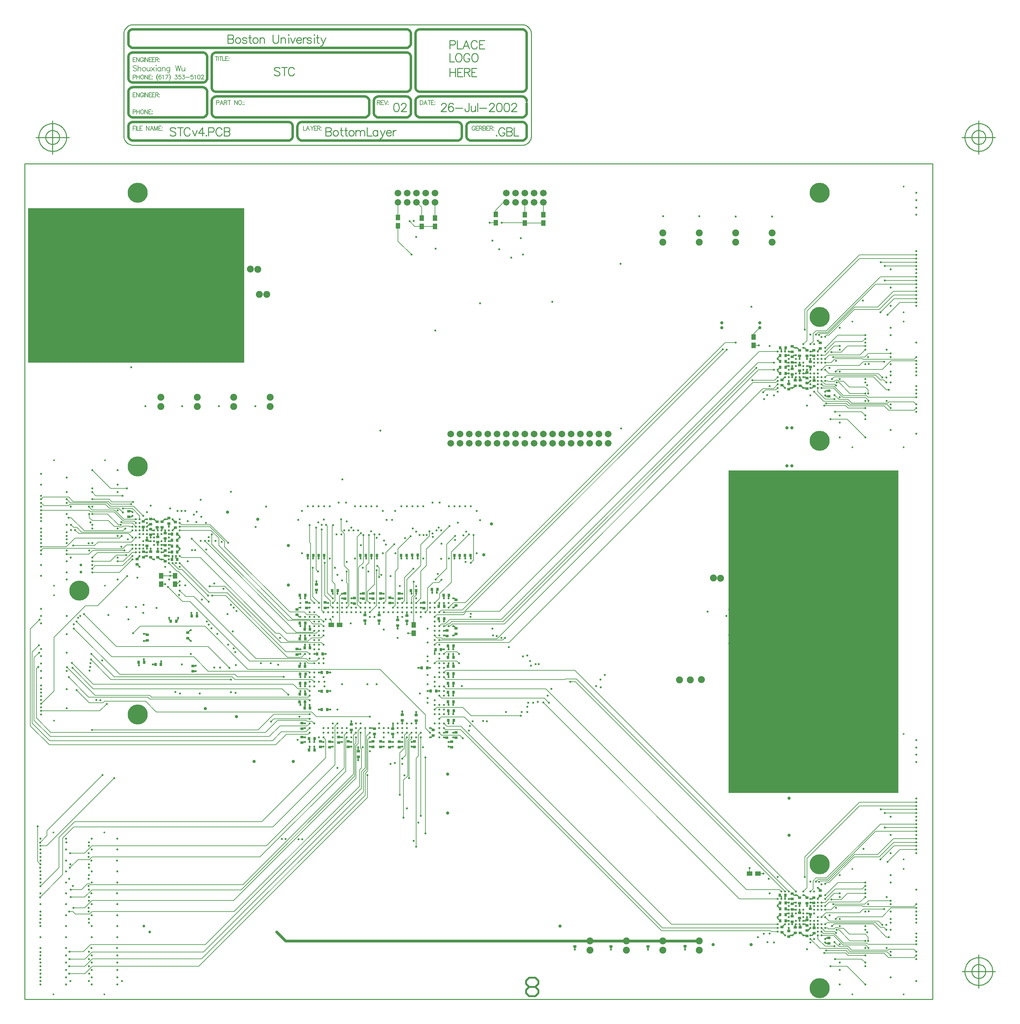
<source format=gbl>
%FSLAX24Y24*%
%MOIN*%
G70*
G01*
G75*
%ADD10R,0.1063X0.1004*%
%ADD11R,0.1004X0.1063*%
%ADD12R,0.1004X0.1063*%
%ADD13R,0.0315X0.0354*%
%ADD14C,0.0157*%
%ADD15C,0.0177*%
%ADD16C,0.0260*%
%ADD17C,0.0260*%
%ADD18R,0.0500X0.0600*%
%ADD19R,0.0165X0.0701*%
%ADD20R,0.0165X0.0701*%
%ADD21R,0.1063X0.0236*%
%ADD22R,0.0118X0.0591*%
%ADD23R,0.0600X0.0500*%
%ADD24R,0.1063X0.1004*%
%ADD25R,0.0354X0.0315*%
%ADD26R,0.1100X0.1150*%
%ADD27R,0.0600X0.1000*%
%ADD28R,0.0591X0.0118*%
%ADD29R,0.0118X0.0591*%
%ADD30R,0.0591X0.0118*%
%ADD31C,0.0230*%
%ADD32R,0.1063X0.0236*%
%ADD33R,0.0945X0.0236*%
%ADD34R,0.0945X0.0236*%
%ADD35R,0.0787X0.0591*%
%ADD36R,0.0787X0.1496*%
%ADD37R,0.0600X0.0600*%
%ADD38R,0.0256X0.0531*%
%ADD39R,0.1500X0.1100*%
%ADD40R,0.0413X0.0177*%
%ADD41C,0.0300*%
%ADD42C,0.0060*%
%ADD43C,0.0120*%
%ADD44C,0.0100*%
%ADD45C,0.0080*%
%ADD46C,0.0200*%
%ADD47C,0.0090*%
%ADD48R,0.3543X0.3277*%
%ADD49R,2.3300X1.6550*%
%ADD50R,0.1641X0.2598*%
%ADD51R,0.1260X0.0610*%
%ADD52R,0.1043X0.4154*%
%ADD53R,0.1595X0.4997*%
%ADD54R,0.1378X0.0433*%
%ADD55R,0.2343X0.0413*%
%ADD56R,0.2599X0.3378*%
%ADD57R,0.1457X0.1871*%
%ADD58R,0.0925X0.0729*%
%ADD59R,0.2599X0.0945*%
%ADD60R,0.4942X0.2658*%
%ADD61R,0.4548X0.2894*%
%ADD62R,0.3446X0.1871*%
%ADD63R,0.3288X0.1496*%
%ADD64R,0.0945X0.0532*%
%ADD65R,0.0610X0.1319*%
%ADD66R,0.0591X0.0650*%
%ADD67R,0.0413X0.0669*%
%ADD68R,0.0669X0.0158*%
%ADD69R,0.1713X0.3505*%
%ADD70C,0.0250*%
%ADD71C,0.0050*%
%ADD72C,0.0350*%
%ADD73C,0.0720*%
%ADD74P,0.0720X8X0*%
%ADD75C,0.0300*%
%ADD76C,0.0750*%
%ADD77C,0.0200*%
%ADD78C,0.2165*%
%ADD79C,0.2165*%
%ADD80C,0.0500*%
%ADD81R,0.0354X0.0315*%
%ADD82R,0.0315X0.0354*%
%ADD83R,2.3350X1.6650*%
%ADD84R,1.8350X3.4800*%
D13*
X78457Y77496D02*
D03*
X79048D02*
D03*
X77888Y77475D02*
D03*
X77298D02*
D03*
X76977Y61678D02*
D03*
X76386D02*
D03*
X91668Y67317D02*
D03*
X91077D02*
D03*
X78282Y66845D02*
D03*
X78873D02*
D03*
X77022Y68498D02*
D03*
X76432D02*
D03*
X79936Y73695D02*
D03*
X80526D02*
D03*
X91156Y62868D02*
D03*
X90566D02*
D03*
X77534Y69522D02*
D03*
X76944D02*
D03*
X78794Y64837D02*
D03*
X79385D02*
D03*
X77534Y67514D02*
D03*
X76944D02*
D03*
X76432Y62514D02*
D03*
X77022D02*
D03*
X90172Y65349D02*
D03*
X89581D02*
D03*
X79385Y60860D02*
D03*
Y62829D02*
D03*
X76944Y61018D02*
D03*
X77416Y56490D02*
D03*
X78007D02*
D03*
X78007Y57711D02*
D03*
X77416D02*
D03*
X76442Y63685D02*
D03*
X77032D02*
D03*
X92022Y70663D02*
D03*
X91432D02*
D03*
X60841Y65703D02*
D03*
X63204Y77042D02*
D03*
X63085Y70388D02*
D03*
X62613Y78498D02*
D03*
X128873Y98419D02*
D03*
X128282Y99876D02*
D03*
X64739Y70939D02*
D03*
X59621Y65939D02*
D03*
X128263Y40821D02*
D03*
X128892Y39364D02*
D03*
X61432Y65703D02*
D03*
X62613Y77042D02*
D03*
X63204Y79797D02*
D03*
X128282Y97790D02*
D03*
Y99049D02*
D03*
X128302Y39994D02*
D03*
X63201Y77859D02*
D03*
X63204Y79128D02*
D03*
X128302Y38734D02*
D03*
X128282Y97120D02*
D03*
X128302Y38065D02*
D03*
X62495Y70388D02*
D03*
X63204Y78498D02*
D03*
X128282Y98419D02*
D03*
X128873Y99876D02*
D03*
X65329Y70939D02*
D03*
X59030Y65939D02*
D03*
X128853Y40821D02*
D03*
X128302Y39364D02*
D03*
X62613Y79797D02*
D03*
X128873Y97790D02*
D03*
Y99049D02*
D03*
X128892Y39994D02*
D03*
X62610Y77859D02*
D03*
X62613Y79128D02*
D03*
X128892Y38734D02*
D03*
X128873Y97120D02*
D03*
X128892Y38065D02*
D03*
X91274Y73813D02*
D03*
X90684D02*
D03*
X91432Y72002D02*
D03*
X92022D02*
D03*
X77022Y73183D02*
D03*
X76432D02*
D03*
X92416Y62711D02*
D03*
X93007D02*
D03*
X92455Y60703D02*
D03*
X93046D02*
D03*
X92416Y67711D02*
D03*
X93007D02*
D03*
Y64719D02*
D03*
X92416D02*
D03*
X92416Y65506D02*
D03*
X93007D02*
D03*
X89001Y73671D02*
D03*
X88410D02*
D03*
X93007Y61687D02*
D03*
X92416D02*
D03*
X92455Y59679D02*
D03*
X93046D02*
D03*
X93007Y63695D02*
D03*
X92416D02*
D03*
X91944Y73183D02*
D03*
X92534D02*
D03*
X92416Y66490D02*
D03*
X93007D02*
D03*
X77044Y64689D02*
D03*
X76453D02*
D03*
X76392Y65506D02*
D03*
X76983D02*
D03*
X77022Y70191D02*
D03*
X76432D02*
D03*
X83547Y77499D02*
D03*
X82956D02*
D03*
X84747D02*
D03*
X84156D02*
D03*
X94857D02*
D03*
X94267D02*
D03*
X88558Y77514D02*
D03*
X89148D02*
D03*
X93697Y77499D02*
D03*
X93106D02*
D03*
X87368D02*
D03*
X87959D02*
D03*
D18*
X100727Y114251D02*
D03*
Y113351D02*
D03*
X102727Y114251D02*
D03*
Y113351D02*
D03*
X89577Y113901D02*
D03*
Y113001D02*
D03*
X87027Y113951D02*
D03*
Y113051D02*
D03*
X97577Y113401D02*
D03*
Y114301D02*
D03*
X61452Y75270D02*
D03*
Y74370D02*
D03*
X62948D02*
D03*
Y75270D02*
D03*
X125427Y100151D02*
D03*
Y101051D02*
D03*
X88727Y70001D02*
D03*
Y69101D02*
D03*
X91027Y113001D02*
D03*
Y113901D02*
D03*
D23*
X80733Y69992D02*
D03*
X79833D02*
D03*
X125877Y43151D02*
D03*
X124977D02*
D03*
D25*
X76648Y59384D02*
D03*
Y58793D02*
D03*
X92298Y58420D02*
D03*
Y57829D02*
D03*
X83302Y73400D02*
D03*
Y72809D02*
D03*
X81294Y72809D02*
D03*
Y73400D02*
D03*
X79168Y72415D02*
D03*
X84995Y71038D02*
D03*
Y70447D02*
D03*
X82318Y72888D02*
D03*
Y72297D02*
D03*
X80625Y57297D02*
D03*
Y57888D02*
D03*
X78656Y56825D02*
D03*
Y57415D02*
D03*
X81977Y59252D02*
D03*
Y58662D02*
D03*
X87475Y59699D02*
D03*
Y60290D02*
D03*
X86155Y72928D02*
D03*
Y72337D02*
D03*
X88972Y60252D02*
D03*
Y59662D02*
D03*
X83459Y70447D02*
D03*
X87160Y57376D02*
D03*
Y56786D02*
D03*
X87003Y70526D02*
D03*
Y69935D02*
D03*
X86451Y58203D02*
D03*
Y58793D02*
D03*
X81648Y57415D02*
D03*
Y56825D02*
D03*
X79640Y57376D02*
D03*
Y56786D02*
D03*
X76648Y57297D02*
D03*
Y57888D02*
D03*
X132633Y40742D02*
D03*
X64877Y65565D02*
D03*
X59955Y68321D02*
D03*
X58853Y77101D02*
D03*
X64326Y68557D02*
D03*
X60312Y79732D02*
D03*
X62987Y80486D02*
D03*
X61885Y78006D02*
D03*
X59522Y80565D02*
D03*
X131176Y39955D02*
D03*
X131174Y38150D02*
D03*
X129601Y39876D02*
D03*
X130467Y37337D02*
D03*
X129916D02*
D03*
X132633Y99817D02*
D03*
X130467Y96392D02*
D03*
X131963Y96353D02*
D03*
X61570Y80526D02*
D03*
X61885Y79305D02*
D03*
X60310Y77888D02*
D03*
X61018Y80526D02*
D03*
X128499Y37396D02*
D03*
X129601Y38557D02*
D03*
X131963Y37297D02*
D03*
X128499Y96431D02*
D03*
X129916Y96392D02*
D03*
X129601Y98912D02*
D03*
X131176Y99030D02*
D03*
Y97219D02*
D03*
X129601Y97612D02*
D03*
X132633Y41333D02*
D03*
X64877Y64975D02*
D03*
X59955Y68912D02*
D03*
X58853Y76510D02*
D03*
X61097Y77297D02*
D03*
X59562D02*
D03*
X62278Y81510D02*
D03*
X61097Y78912D02*
D03*
X131924Y99620D02*
D03*
X129601Y40998D02*
D03*
X129207Y36353D02*
D03*
X133538Y35624D02*
D03*
X131570Y98400D02*
D03*
X131569Y39345D02*
D03*
X133538Y94660D02*
D03*
X130389Y99620D02*
D03*
Y98006D02*
D03*
X131176Y95486D02*
D03*
X57948Y82258D02*
D03*
X59916Y78518D02*
D03*
X130389Y38931D02*
D03*
X131176Y36431D02*
D03*
X129601Y100053D02*
D03*
X129207Y95408D02*
D03*
X60310Y81431D02*
D03*
X61875Y76867D02*
D03*
X131924Y40565D02*
D03*
X130389Y40545D02*
D03*
X114011Y35290D02*
D03*
X118020Y35305D02*
D03*
X64326Y69148D02*
D03*
X60312Y80323D02*
D03*
X62987Y81077D02*
D03*
X61885Y78597D02*
D03*
X110034Y35290D02*
D03*
X59522Y81156D02*
D03*
X131176Y40545D02*
D03*
X131174Y37560D02*
D03*
X129601Y39286D02*
D03*
X130467Y36746D02*
D03*
X129916D02*
D03*
X132633Y100408D02*
D03*
X130467Y95801D02*
D03*
X131963Y95762D02*
D03*
X61570Y81116D02*
D03*
X61885Y79896D02*
D03*
X60310Y77297D02*
D03*
X61018Y81116D02*
D03*
X106137Y35290D02*
D03*
X128499Y36805D02*
D03*
X129601Y37967D02*
D03*
X131963Y36707D02*
D03*
X128499Y95841D02*
D03*
X129916Y95801D02*
D03*
X129601Y98321D02*
D03*
X131176Y99620D02*
D03*
Y96628D02*
D03*
X129601Y97022D02*
D03*
X114011Y35880D02*
D03*
X118020Y35895D02*
D03*
X110034Y35880D02*
D03*
X106137D02*
D03*
X61097Y77888D02*
D03*
X59562D02*
D03*
X62278Y80919D02*
D03*
X61097Y79502D02*
D03*
X131924Y99030D02*
D03*
X129601Y40408D02*
D03*
X129207Y36943D02*
D03*
X133538Y36215D02*
D03*
X131570Y97809D02*
D03*
X131569Y38754D02*
D03*
X133538Y95250D02*
D03*
X130389Y99030D02*
D03*
Y97416D02*
D03*
X131176Y96077D02*
D03*
X57948Y81668D02*
D03*
X59916Y79108D02*
D03*
X130389Y38341D02*
D03*
X131176Y37022D02*
D03*
X129601Y99463D02*
D03*
X129207Y95998D02*
D03*
X60310Y80841D02*
D03*
X61875Y77458D02*
D03*
X131924Y39975D02*
D03*
X130389Y39955D02*
D03*
X93302Y57809D02*
D03*
Y58400D02*
D03*
X85152Y56825D02*
D03*
Y57415D02*
D03*
Y72809D02*
D03*
Y73400D02*
D03*
X93302Y69620D02*
D03*
Y69030D02*
D03*
X77160Y71825D02*
D03*
Y72415D02*
D03*
X93302Y72691D02*
D03*
Y72101D02*
D03*
X90822Y58636D02*
D03*
Y58045D02*
D03*
X84325Y72809D02*
D03*
Y73400D02*
D03*
X92318Y69384D02*
D03*
Y68794D02*
D03*
X84483Y58203D02*
D03*
Y58793D02*
D03*
X87160Y72809D02*
D03*
Y73400D02*
D03*
X92829Y57376D02*
D03*
Y56786D02*
D03*
X84325Y56825D02*
D03*
Y57415D02*
D03*
X89812Y72370D02*
D03*
Y71780D02*
D03*
X82751Y55762D02*
D03*
Y56353D02*
D03*
X76137Y71667D02*
D03*
Y71077D02*
D03*
X88795Y57405D02*
D03*
Y56814D02*
D03*
X86137Y57376D02*
D03*
Y56786D02*
D03*
X78223Y74345D02*
D03*
Y73754D02*
D03*
X76137Y67376D02*
D03*
Y66786D02*
D03*
X87987Y70998D02*
D03*
Y70408D02*
D03*
D31*
X48499Y71727D02*
D03*
Y70939D02*
D03*
Y70152D02*
D03*
X51255Y60979D02*
D03*
Y63065D02*
D03*
Y65034D02*
D03*
Y67002D02*
D03*
Y68971D02*
D03*
Y70939D02*
D03*
X48499Y82750D02*
D03*
X115664Y114089D02*
D03*
X119562D02*
D03*
X123499Y114049D02*
D03*
X127436D02*
D03*
X71609Y93577D02*
D03*
X67672D02*
D03*
X63735D02*
D03*
X59759D02*
D03*
X118026Y34955D02*
D03*
X114011D02*
D03*
X110034D02*
D03*
X106137D02*
D03*
X56767Y86687D02*
D03*
X54011Y84719D02*
D03*
X56767Y85112D02*
D03*
Y84325D02*
D03*
X54011Y82750D02*
D03*
X56767Y82357D02*
D03*
X54011Y80782D02*
D03*
X56767Y80388D02*
D03*
Y79601D02*
D03*
X54011Y78813D02*
D03*
Y76451D02*
D03*
X56767Y77238D02*
D03*
X48499Y86293D02*
D03*
X51255Y85900D02*
D03*
Y84325D02*
D03*
X48499Y85112D02*
D03*
Y83931D02*
D03*
X51255Y83144D02*
D03*
Y81963D02*
D03*
X48499Y81569D02*
D03*
Y80388D02*
D03*
X51255Y80782D02*
D03*
Y79994D02*
D03*
X48499Y79601D02*
D03*
Y78813D02*
D03*
Y77632D02*
D03*
X51255Y79207D02*
D03*
Y78026D02*
D03*
Y76845D02*
D03*
X48499Y76451D02*
D03*
X51255Y75664D02*
D03*
X48499Y75270D02*
D03*
X51255Y74876D02*
D03*
X48499Y67396D02*
D03*
Y66608D02*
D03*
Y65821D02*
D03*
Y65034D02*
D03*
Y64246D02*
D03*
Y63459D02*
D03*
Y62671D02*
D03*
Y61884D02*
D03*
Y61097D02*
D03*
Y60309D02*
D03*
X97948Y110512D02*
D03*
X100527Y109941D02*
D03*
X98224Y113386D02*
D03*
X96925D02*
D03*
X128026Y42790D02*
D03*
X90977Y71851D02*
D03*
X90227Y62101D02*
D03*
X91727Y78751D02*
D03*
X78977Y65851D02*
D03*
X80977Y63601D02*
D03*
X83727D02*
D03*
X84727D02*
D03*
X90227Y69601D02*
D03*
Y68101D02*
D03*
Y66601D02*
D03*
Y66101D02*
D03*
X89377Y62601D02*
D03*
X90227Y61601D02*
D03*
Y63601D02*
D03*
Y64601D02*
D03*
X85477Y69501D02*
D03*
X79077Y63851D02*
D03*
X78477D02*
D03*
X79077Y63351D02*
D03*
X78977Y64351D02*
D03*
X91058Y101766D02*
D03*
X95877Y104701D02*
D03*
X54877Y61851D02*
D03*
X90477Y58351D02*
D03*
X58427Y69101D02*
D03*
X100271Y111706D02*
D03*
X88477Y109951D02*
D03*
X91077Y110601D02*
D03*
X88277Y113551D02*
D03*
X88733Y113595D02*
D03*
X79727Y70601D02*
D03*
X48492Y63065D02*
D03*
X57927Y70601D02*
D03*
X52477Y70751D02*
D03*
X57777Y75251D02*
D03*
X53127Y71151D02*
D03*
X77977Y64851D02*
D03*
X52727Y70951D02*
D03*
X52327Y70351D02*
D03*
X77477Y64851D02*
D03*
X52027Y70051D02*
D03*
X77977Y64351D02*
D03*
X52027Y69601D02*
D03*
X62977Y62751D02*
D03*
X74677Y64401D02*
D03*
X77477Y64351D02*
D03*
X55077Y66151D02*
D03*
X53927Y66851D02*
D03*
X77977Y63851D02*
D03*
X53877Y66251D02*
D03*
X77477Y63851D02*
D03*
X53827Y65851D02*
D03*
X53777Y65451D02*
D03*
X77977Y63351D02*
D03*
X77477D02*
D03*
X53727Y65051D02*
D03*
X83977Y60101D02*
D03*
X52327Y62951D02*
D03*
X51827Y65901D02*
D03*
X77477Y62851D02*
D03*
X75177Y62451D02*
D03*
X51877Y65351D02*
D03*
X51300Y65427D02*
D03*
X77477Y62351D02*
D03*
Y61851D02*
D03*
X51477Y64351D02*
D03*
X77477Y60351D02*
D03*
X53977Y58651D02*
D03*
X55577Y61451D02*
D03*
X86477Y59351D02*
D03*
X83977Y58851D02*
D03*
X82727Y55401D02*
D03*
X83477Y70101D02*
D03*
X84977D02*
D03*
X86977Y69601D02*
D03*
X90977Y66851D02*
D03*
X87977Y70051D02*
D03*
X89227Y65351D02*
D03*
X90227Y62851D02*
D03*
X88977Y60601D02*
D03*
X87477Y60651D02*
D03*
X81977Y59601D02*
D03*
X79727Y60851D02*
D03*
Y62851D02*
D03*
Y64851D02*
D03*
X79227Y66851D02*
D03*
X78227Y74701D02*
D03*
X77477Y59851D02*
D03*
X73327Y59551D02*
D03*
X48322Y70545D02*
D03*
X48266Y67790D02*
D03*
X48279Y67002D02*
D03*
X48177Y65451D02*
D03*
X77977Y59351D02*
D03*
X77477D02*
D03*
Y58851D02*
D03*
Y58351D02*
D03*
X123499Y100467D02*
D03*
X92477Y71851D02*
D03*
X91477Y71351D02*
D03*
X122081Y99719D02*
D03*
X122507Y99701D02*
D03*
X91977Y71351D02*
D03*
X90979Y70860D02*
D03*
X128026Y99482D02*
D03*
X94877Y71201D02*
D03*
X90977Y70351D02*
D03*
Y69851D02*
D03*
X94867Y70851D02*
D03*
X127633Y98301D02*
D03*
X91477Y69851D02*
D03*
X127633Y97514D02*
D03*
X92477Y69851D02*
D03*
X125737Y97711D02*
D03*
X91977Y69851D02*
D03*
X90977Y69351D02*
D03*
X97227Y69601D02*
D03*
X91477Y69351D02*
D03*
X97277Y68851D02*
D03*
X128026Y96727D02*
D03*
X125277Y96401D02*
D03*
X97677Y68801D02*
D03*
X91477Y68851D02*
D03*
X90977D02*
D03*
X128026Y96333D02*
D03*
X98177Y68601D02*
D03*
X90977Y68351D02*
D03*
X91477D02*
D03*
X98577Y68601D02*
D03*
X128026Y95939D02*
D03*
X90977Y67851D02*
D03*
X128026Y95545D02*
D03*
X126450Y95073D02*
D03*
X98977Y67601D02*
D03*
X91477Y67851D02*
D03*
X91977Y66851D02*
D03*
X93627D02*
D03*
X100527Y66601D02*
D03*
X91477Y66851D02*
D03*
X100977Y66701D02*
D03*
X102227Y65751D02*
D03*
X101877D02*
D03*
X101377Y65601D02*
D03*
X101277Y66101D02*
D03*
X91477Y66351D02*
D03*
Y65851D02*
D03*
X90977D02*
D03*
X93627D02*
D03*
X91977D02*
D03*
X91477Y65351D02*
D03*
X91977D02*
D03*
X129995Y41215D02*
D03*
X91977Y64851D02*
D03*
X91477D02*
D03*
X109365Y64601D02*
D03*
X91477Y64351D02*
D03*
X108881Y64101D02*
D03*
X91977Y64351D02*
D03*
X129207Y41215D02*
D03*
X90977Y64351D02*
D03*
X108932Y63262D02*
D03*
X105627Y63851D02*
D03*
X128814Y41215D02*
D03*
X90977Y63851D02*
D03*
X108427Y63401D02*
D03*
X90977Y60351D02*
D03*
X95074Y59601D02*
D03*
X128026Y37671D02*
D03*
X91477Y59851D02*
D03*
Y59351D02*
D03*
X94777Y59101D02*
D03*
X90977Y59351D02*
D03*
X94696Y58601D02*
D03*
X128026Y37278D02*
D03*
X91977Y59351D02*
D03*
Y58851D02*
D03*
X128026Y36884D02*
D03*
X91477Y58351D02*
D03*
X94027Y57751D02*
D03*
X62427Y82551D02*
D03*
X65277Y82201D02*
D03*
X64977Y81901D02*
D03*
X77977Y70851D02*
D03*
X65777Y81651D02*
D03*
X76977Y70851D02*
D03*
X65270Y81097D02*
D03*
X66277Y81001D02*
D03*
X78477Y70351D02*
D03*
X63459Y80585D02*
D03*
X63459Y80979D02*
D03*
X68696Y78853D02*
D03*
X80231Y76155D02*
D03*
X80477Y75401D02*
D03*
Y71351D02*
D03*
X80377Y79751D02*
D03*
X80477Y71851D02*
D03*
Y72351D02*
D03*
X80027Y80751D02*
D03*
X79977Y72351D02*
D03*
X79027Y81351D02*
D03*
X79977Y71351D02*
D03*
X79127Y76701D02*
D03*
X79977Y71851D02*
D03*
X79247Y80781D02*
D03*
X79977Y72851D02*
D03*
X78777Y80801D02*
D03*
X79977Y70851D02*
D03*
X78427Y81051D02*
D03*
X79477Y71351D02*
D03*
X78777Y80301D02*
D03*
X78977Y71351D02*
D03*
X78177Y80501D02*
D03*
X77807Y76151D02*
D03*
X78377Y75751D02*
D03*
X78477Y72351D02*
D03*
X77477Y80751D02*
D03*
X77977Y72351D02*
D03*
X87477Y55001D02*
D03*
Y55551D02*
D03*
X57209Y31569D02*
D03*
X88977Y46051D02*
D03*
X89977Y55701D02*
D03*
Y47501D02*
D03*
X88727Y46701D02*
D03*
X89227Y48651D02*
D03*
X89477Y49401D02*
D03*
X87627Y49201D02*
D03*
X87977Y50201D02*
D03*
X87227Y51651D02*
D03*
X88227Y53451D02*
D03*
X87727Y53751D02*
D03*
X92977Y59351D02*
D03*
X80977Y57851D02*
D03*
Y73351D02*
D03*
X83477Y71351D02*
D03*
X81977Y72851D02*
D03*
Y72351D02*
D03*
X82977Y72851D02*
D03*
Y73351D02*
D03*
X84977Y71351D02*
D03*
X86977Y70851D02*
D03*
X87977Y71351D02*
D03*
X87477Y72851D02*
D03*
X86477Y72351D02*
D03*
X85477Y72851D02*
D03*
X83977D02*
D03*
Y73351D02*
D03*
X85477D02*
D03*
X86477Y72851D02*
D03*
X87477Y73351D02*
D03*
X88477D02*
D03*
X89477Y71851D02*
D03*
X88977Y73351D02*
D03*
X89477Y72351D02*
D03*
X90727Y73451D02*
D03*
X91227D02*
D03*
X92977Y72851D02*
D03*
X91977D02*
D03*
X91477Y72351D02*
D03*
X92477Y72851D02*
D03*
X91977Y72351D02*
D03*
X92977Y71851D02*
D03*
X91977Y70351D02*
D03*
X92977Y69851D02*
D03*
X91477Y70351D02*
D03*
X92977Y67351D02*
D03*
X91977D02*
D03*
X92977Y68851D02*
D03*
X91977Y69351D02*
D03*
Y68851D02*
D03*
X92477Y67351D02*
D03*
Y66851D02*
D03*
Y65851D02*
D03*
X92977D02*
D03*
X90477Y65351D02*
D03*
X92977Y66851D02*
D03*
X92477Y64351D02*
D03*
X92977D02*
D03*
X92477Y63351D02*
D03*
X91477Y62851D02*
D03*
X92977Y62351D02*
D03*
X92477D02*
D03*
X92977Y63351D02*
D03*
Y60351D02*
D03*
X92477Y61351D02*
D03*
X92977D02*
D03*
X86477Y57851D02*
D03*
X92477Y60351D02*
D03*
X92977Y58351D02*
D03*
Y57851D02*
D03*
X92477Y56851D02*
D03*
X88477Y57351D02*
D03*
X92477D02*
D03*
X91977Y57851D02*
D03*
X90477Y58851D02*
D03*
Y57851D02*
D03*
X91977Y58351D02*
D03*
X88477Y56851D02*
D03*
X89727Y56801D02*
D03*
X88977Y59351D02*
D03*
X87477D02*
D03*
X85477Y57351D02*
D03*
X92477Y59351D02*
D03*
X86477Y57351D02*
D03*
X87477D02*
D03*
Y56851D02*
D03*
X86477D02*
D03*
X85477D02*
D03*
X84477Y57851D02*
D03*
X83977Y57351D02*
D03*
Y56851D02*
D03*
X83227Y56801D02*
D03*
X82727D02*
D03*
X81977Y56851D02*
D03*
X80977Y57351D02*
D03*
X81977Y58351D02*
D03*
Y57351D02*
D03*
X79977Y56851D02*
D03*
Y57351D02*
D03*
X78977D02*
D03*
Y56851D02*
D03*
X77977D02*
D03*
Y57351D02*
D03*
X76977D02*
D03*
X77477Y56851D02*
D03*
Y57351D02*
D03*
X76977Y57851D02*
D03*
Y58851D02*
D03*
Y59351D02*
D03*
X78477Y60851D02*
D03*
X76377Y60101D02*
D03*
X76977Y61351D02*
D03*
X77477D02*
D03*
X76477D02*
D03*
X78477Y62851D02*
D03*
X76977D02*
D03*
Y63351D02*
D03*
X76477Y62851D02*
D03*
Y63351D02*
D03*
X76977Y64351D02*
D03*
X78477Y64851D02*
D03*
X76477Y64351D02*
D03*
Y65851D02*
D03*
X76977D02*
D03*
X77977Y66851D02*
D03*
X76477D02*
D03*
Y67351D02*
D03*
X77477Y67851D02*
D03*
X76977D02*
D03*
Y68851D02*
D03*
X76477D02*
D03*
X77477Y69851D02*
D03*
X76977D02*
D03*
X76477D02*
D03*
Y70851D02*
D03*
X77477Y72351D02*
D03*
X78477Y71851D02*
D03*
X80477Y73351D02*
D03*
X80977Y72851D02*
D03*
X79477Y71851D02*
D03*
X79977Y73351D02*
D03*
X79477Y72351D02*
D03*
X76477Y71851D02*
D03*
X78227Y73451D02*
D03*
X76477Y72851D02*
D03*
X76977D02*
D03*
X77477Y71851D02*
D03*
X76477Y72351D02*
D03*
X85782Y81333D02*
D03*
X77278Y82790D02*
D03*
X86727Y82278D02*
D03*
X95507D02*
D03*
X76648D02*
D03*
X85389D02*
D03*
X77869Y82790D02*
D03*
X78459D02*
D03*
X79050D02*
D03*
X79641D02*
D03*
X82396D02*
D03*
X82987D02*
D03*
X83578D02*
D03*
X84168D02*
D03*
X84759D02*
D03*
Y77160D02*
D03*
X84168D02*
D03*
X83578D02*
D03*
X82987D02*
D03*
X79050D02*
D03*
X78459D02*
D03*
X77869D02*
D03*
X77278D02*
D03*
X76255Y81333D02*
D03*
X80625Y83183D02*
D03*
X81412D02*
D03*
X82396Y77160D02*
D03*
X79641D02*
D03*
X76648Y77711D02*
D03*
X85389D02*
D03*
X87396Y82790D02*
D03*
X87987D02*
D03*
X88578D02*
D03*
X89168D02*
D03*
X89759D02*
D03*
X92515D02*
D03*
X93105D02*
D03*
X93696D02*
D03*
X94286D02*
D03*
X94877D02*
D03*
Y77160D02*
D03*
X94286D02*
D03*
X93696D02*
D03*
X93105D02*
D03*
X89168D02*
D03*
X88578D02*
D03*
X87987D02*
D03*
X87396D02*
D03*
X86373Y81333D02*
D03*
X90743Y83183D02*
D03*
X91530D02*
D03*
X95900Y81293D02*
D03*
X92515Y77160D02*
D03*
X89759D02*
D03*
X86767Y77711D02*
D03*
X95507D02*
D03*
X137278Y45821D02*
D03*
X131963Y36097D02*
D03*
X131570D02*
D03*
X130940Y42790D02*
D03*
X142987Y50860D02*
D03*
X142987Y50467D02*
D03*
X130782Y41215D02*
D03*
X142987Y50073D02*
D03*
X139168D02*
D03*
X142987Y49679D02*
D03*
X139601D02*
D03*
X142987Y48892D02*
D03*
Y48498D02*
D03*
X131570Y41215D02*
D03*
X139601Y48105D02*
D03*
X131570Y42278D02*
D03*
X142987Y48105D02*
D03*
Y47711D02*
D03*
X132160Y42278D02*
D03*
X142987Y46923D02*
D03*
X132475Y42238D02*
D03*
X142987Y46530D02*
D03*
X133144Y42042D02*
D03*
X142987Y46136D02*
D03*
X139129Y44679D02*
D03*
X142987Y45742D02*
D03*
X139877Y44404D02*
D03*
X137475Y37475D02*
D03*
X139759Y37632D02*
D03*
X133144Y38459D02*
D03*
X139326Y37632D02*
D03*
X139798Y35112D02*
D03*
X140034Y36293D02*
D03*
X139798Y40624D02*
D03*
X139522Y39325D02*
D03*
X137869Y39089D02*
D03*
X142987Y37868D02*
D03*
X131570Y38065D02*
D03*
X131963D02*
D03*
X132357Y38459D02*
D03*
Y38065D02*
D03*
X142987Y38656D02*
D03*
X140231Y38262D02*
D03*
X140231Y39049D02*
D03*
X132751Y39640D02*
D03*
Y38459D02*
D03*
X142987Y39837D02*
D03*
X133144Y39246D02*
D03*
X137790Y39837D02*
D03*
X132751Y39246D02*
D03*
X142987Y39443D02*
D03*
X134286Y38262D02*
D03*
X142987Y36687D02*
D03*
X132751Y37671D02*
D03*
X133144D02*
D03*
X139759Y37081D02*
D03*
X137672Y36805D02*
D03*
X133892Y37475D02*
D03*
X132357Y37671D02*
D03*
X142987Y35900D02*
D03*
X132357Y37278D02*
D03*
X132357D02*
D03*
X131176Y34994D02*
D03*
X131963Y38853D02*
D03*
X137790Y35900D02*
D03*
X133144Y37278D02*
D03*
X132751D02*
D03*
X134326Y36766D02*
D03*
X134404Y37081D02*
D03*
X137475Y35900D02*
D03*
X134168Y35742D02*
D03*
X132357Y39640D02*
D03*
X131963D02*
D03*
X132357Y39246D02*
D03*
X134326Y39443D02*
D03*
X140231Y40231D02*
D03*
X134011Y39837D02*
D03*
X142987Y35506D02*
D03*
X132751Y36884D02*
D03*
X142987Y34719D02*
D03*
X133263Y34837D02*
D03*
X134168Y35309D02*
D03*
X137830Y35112D02*
D03*
X132751Y36490D02*
D03*
X142987Y34325D02*
D03*
X132357Y36490D02*
D03*
X140231Y34325D02*
D03*
X133066Y34601D02*
D03*
X137475Y34325D02*
D03*
X137475Y33538D02*
D03*
X134207Y33931D02*
D03*
X133735Y33144D02*
D03*
X137475Y31175D02*
D03*
X137475Y40624D02*
D03*
X133144Y39640D02*
D03*
X132357Y40034D02*
D03*
X134719Y41018D02*
D03*
X132751Y40034D02*
D03*
X137475Y41018D02*
D03*
X133814Y40349D02*
D03*
X137475Y41805D02*
D03*
X133144Y40427D02*
D03*
X137475Y42199D02*
D03*
X133144Y40821D02*
D03*
X130940Y101845D02*
D03*
X142987Y109916D02*
D03*
X142987Y109522D02*
D03*
X130782Y100270D02*
D03*
X142987Y109128D02*
D03*
X139168D02*
D03*
X142987Y108734D02*
D03*
X139601D02*
D03*
X142987Y107947D02*
D03*
Y107553D02*
D03*
X131570Y100270D02*
D03*
X139601Y107160D02*
D03*
X131570Y101333D02*
D03*
X142987Y107160D02*
D03*
Y106766D02*
D03*
X132160Y101333D02*
D03*
X142987Y105979D02*
D03*
X132475Y101293D02*
D03*
X142987Y105585D02*
D03*
X133144Y101097D02*
D03*
X142987Y105191D02*
D03*
X139129Y103734D02*
D03*
X142987Y104797D02*
D03*
X139877Y103459D02*
D03*
X134719Y102042D02*
D03*
X137475Y100467D02*
D03*
X134719Y99679D02*
D03*
Y97317D02*
D03*
Y96530D02*
D03*
Y94561D02*
D03*
Y92593D02*
D03*
Y91805D02*
D03*
Y90231D02*
D03*
X140231Y91018D02*
D03*
Y93774D02*
D03*
Y96136D02*
D03*
Y96923D02*
D03*
Y98892D02*
D03*
Y101254D02*
D03*
Y102042D02*
D03*
Y104404D02*
D03*
Y106372D02*
D03*
Y108341D02*
D03*
X137475Y98105D02*
D03*
Y96136D02*
D03*
Y94168D02*
D03*
Y92199D02*
D03*
X142987Y90624D02*
D03*
Y92986D02*
D03*
Y95349D02*
D03*
Y97317D02*
D03*
Y98105D02*
D03*
Y100467D02*
D03*
Y104404D02*
D03*
Y106372D02*
D03*
Y108341D02*
D03*
Y110309D02*
D03*
Y115034D02*
D03*
Y114246D02*
D03*
Y115821D02*
D03*
Y116608D02*
D03*
X137475Y96530D02*
D03*
X139759Y96687D02*
D03*
X133144Y97514D02*
D03*
X139326Y96687D02*
D03*
X139798Y94168D02*
D03*
X140034Y95349D02*
D03*
X139798Y99679D02*
D03*
X139522Y98380D02*
D03*
X137869Y98144D02*
D03*
X142987Y96923D02*
D03*
X131570Y97120D02*
D03*
X131963D02*
D03*
X132357Y97514D02*
D03*
Y97120D02*
D03*
X142987Y97711D02*
D03*
X140231Y97317D02*
D03*
X140231Y98105D02*
D03*
X132751Y98695D02*
D03*
Y97514D02*
D03*
X142987Y98892D02*
D03*
X133144Y98301D02*
D03*
X137790Y98892D02*
D03*
X132751Y98301D02*
D03*
X142987Y98498D02*
D03*
X134286Y97317D02*
D03*
X142987Y95742D02*
D03*
X132751Y96727D02*
D03*
X133144D02*
D03*
X139759Y96136D02*
D03*
X137672Y95860D02*
D03*
X133892Y96530D02*
D03*
X132357Y96727D02*
D03*
X142987Y94955D02*
D03*
X132357Y96333D02*
D03*
X132357D02*
D03*
X131570Y95939D02*
D03*
X131177Y93651D02*
D03*
X131963Y97908D02*
D03*
X137790Y94955D02*
D03*
X133144Y96333D02*
D03*
X132751D02*
D03*
X134326Y95821D02*
D03*
X134404Y96136D02*
D03*
X137475Y94955D02*
D03*
X134168Y94797D02*
D03*
X132357Y98695D02*
D03*
X131963D02*
D03*
X132357Y98301D02*
D03*
X134326Y98498D02*
D03*
X140231Y99286D02*
D03*
X134011Y98892D02*
D03*
X142987Y94561D02*
D03*
X132751Y95939D02*
D03*
X142987Y93774D02*
D03*
X133263Y93892D02*
D03*
X134168Y94364D02*
D03*
X137830Y94168D02*
D03*
X132751Y95545D02*
D03*
X142987Y93380D02*
D03*
X132357Y95545D02*
D03*
X140231Y93380D02*
D03*
X131963Y95152D02*
D03*
X133066Y93656D02*
D03*
X137475Y93380D02*
D03*
X137475Y92593D02*
D03*
X134207Y92986D02*
D03*
X133735Y92199D02*
D03*
X137475Y90231D02*
D03*
X137475Y99679D02*
D03*
X133144Y98695D02*
D03*
X132357Y99089D02*
D03*
X134719Y100073D02*
D03*
X132751Y99089D02*
D03*
X137475Y100073D02*
D03*
X133814Y99404D02*
D03*
X137475Y100860D02*
D03*
X133144Y99482D02*
D03*
X137475Y101254D02*
D03*
X133144Y99876D02*
D03*
X128026Y95152D02*
D03*
X133144Y36097D02*
D03*
X132357Y41608D02*
D03*
X128814Y36490D02*
D03*
X129601D02*
D03*
X131570D02*
D03*
X128814Y37671D02*
D03*
X129207D02*
D03*
X129995D02*
D03*
X129207Y38065D02*
D03*
X130389D02*
D03*
X130782Y37671D02*
D03*
X129207Y37278D02*
D03*
X131176Y39640D02*
D03*
X129601Y37671D02*
D03*
Y38853D02*
D03*
X131570Y37671D02*
D03*
X129995Y38853D02*
D03*
X129207Y38459D02*
D03*
X129207Y40034D02*
D03*
Y39246D02*
D03*
Y40427D02*
D03*
Y39640D02*
D03*
X130389D02*
D03*
X130782Y38853D02*
D03*
X129995Y38065D02*
D03*
X129207Y38853D02*
D03*
X130389Y37671D02*
D03*
X130782Y38065D02*
D03*
Y36490D02*
D03*
X131176Y38459D02*
D03*
X131570D02*
D03*
X129995Y40034D02*
D03*
X131570Y39640D02*
D03*
X128814Y40427D02*
D03*
X129995Y39246D02*
D03*
X128420Y40427D02*
D03*
X130782Y40821D02*
D03*
X129995Y39640D02*
D03*
X130389Y39246D02*
D03*
X130782Y38459D02*
D03*
Y39246D02*
D03*
X129995Y40821D02*
D03*
X131570Y37278D02*
D03*
X131176Y38853D02*
D03*
X131570Y40034D02*
D03*
Y40427D02*
D03*
X128026Y39640D02*
D03*
Y38459D02*
D03*
X131963Y37671D02*
D03*
Y39246D02*
D03*
X132357Y40427D02*
D03*
X133617Y38656D02*
D03*
X133144Y35703D02*
D03*
X131570Y35703D02*
D03*
X127633D02*
D03*
X127160Y36687D02*
D03*
X127160Y41018D02*
D03*
X54011Y80388D02*
D03*
X51727Y80231D02*
D03*
X58341Y79404D02*
D03*
X52160Y80231D02*
D03*
X51688Y82750D02*
D03*
X51452Y81569D02*
D03*
X51688Y77238D02*
D03*
X51963Y78538D02*
D03*
X58735Y71923D02*
D03*
X48499Y62278D02*
D03*
Y61490D02*
D03*
X63459Y74679D02*
D03*
X59129Y80979D02*
D03*
X61879Y74370D02*
D03*
X59562Y72160D02*
D03*
X55743Y71057D02*
D03*
X61452Y66057D02*
D03*
X65192Y64994D02*
D03*
X65310Y71294D02*
D03*
X60546Y65703D02*
D03*
X54444Y61884D02*
D03*
X63302Y70742D02*
D03*
X64719Y71294D02*
D03*
X64641Y69423D02*
D03*
Y68242D02*
D03*
Y66864D02*
D03*
X65192Y65585D02*
D03*
X63696Y65703D02*
D03*
X59050Y65624D02*
D03*
X59601Y66274D02*
D03*
Y68242D02*
D03*
Y69030D02*
D03*
X59522Y71294D02*
D03*
X60940Y71805D02*
D03*
X62318Y70742D02*
D03*
X53617Y78774D02*
D03*
X48499Y79994D02*
D03*
X59916Y79797D02*
D03*
X59522D02*
D03*
X59129Y79404D02*
D03*
Y79797D02*
D03*
X48499Y79207D02*
D03*
X51255Y79601D02*
D03*
X51255Y78813D02*
D03*
X58735Y78223D02*
D03*
Y79404D02*
D03*
X48499Y78026D02*
D03*
X58341Y78616D02*
D03*
X53696Y78026D02*
D03*
X58735Y78616D02*
D03*
X48499Y78419D02*
D03*
X57200Y79601D02*
D03*
X48499Y81175D02*
D03*
X58735Y80191D02*
D03*
X58341D02*
D03*
X51727Y80782D02*
D03*
X53814Y81057D02*
D03*
X57593Y80388D02*
D03*
X59129Y80191D02*
D03*
X48499Y81963D02*
D03*
X59129Y80585D02*
D03*
X59129D02*
D03*
X59916Y80979D02*
D03*
X60310Y82868D02*
D03*
X59522Y79010D02*
D03*
X53696Y81963D02*
D03*
X58341Y80585D02*
D03*
X58735D02*
D03*
X57160Y81097D02*
D03*
X57081Y80782D02*
D03*
X54011Y81963D02*
D03*
X57318Y82120D02*
D03*
X59129Y78223D02*
D03*
X59522D02*
D03*
X59129Y78616D02*
D03*
X57160Y78419D02*
D03*
X51255Y77632D02*
D03*
X57475Y78026D02*
D03*
X48499Y82357D02*
D03*
X58735Y80979D02*
D03*
X48499Y83144D02*
D03*
X58223Y83026D02*
D03*
X57318Y82553D02*
D03*
X58341Y81766D02*
D03*
X53656Y82750D02*
D03*
X58735Y81372D02*
D03*
X48499Y83538D02*
D03*
X59129Y81372D02*
D03*
X51255Y83538D02*
D03*
X59522Y81766D02*
D03*
X58420Y83262D02*
D03*
X54011Y83538D02*
D03*
X54011Y84325D02*
D03*
X57278Y83931D02*
D03*
X57751Y84719D02*
D03*
X54011Y86687D02*
D03*
X54011Y77238D02*
D03*
X58341Y78223D02*
D03*
X59129Y77829D02*
D03*
X56767Y76845D02*
D03*
X58735Y77829D02*
D03*
X54011Y76845D02*
D03*
X57672Y77514D02*
D03*
X54011Y76057D02*
D03*
X58341Y77435D02*
D03*
X54011Y75664D02*
D03*
X58341Y77042D02*
D03*
X59129Y76254D02*
D03*
X56767Y74876D02*
D03*
X62672Y81372D02*
D03*
X61885D02*
D03*
X59916D02*
D03*
X62672Y80191D02*
D03*
X62278D02*
D03*
X61491D02*
D03*
X62278Y79797D02*
D03*
X61097D02*
D03*
X60704Y80191D02*
D03*
X62278Y80585D02*
D03*
X60310Y78223D02*
D03*
X61885Y80191D02*
D03*
Y79010D02*
D03*
X59916Y80191D02*
D03*
X61491Y79010D02*
D03*
X62278Y79404D02*
D03*
Y77829D02*
D03*
Y78616D02*
D03*
Y77435D02*
D03*
Y78223D02*
D03*
X61097D02*
D03*
X60704Y79010D02*
D03*
X61491Y79797D02*
D03*
X62278Y79010D02*
D03*
X61097Y80191D02*
D03*
X60704Y79797D02*
D03*
Y81372D02*
D03*
X60310Y79404D02*
D03*
X59916D02*
D03*
X61491Y77829D02*
D03*
X59916Y78223D02*
D03*
X62672Y77435D02*
D03*
X61491Y78616D02*
D03*
X63066Y77435D02*
D03*
X60704Y77042D02*
D03*
X61491Y78223D02*
D03*
X61097Y78616D02*
D03*
X60704Y79404D02*
D03*
Y78616D02*
D03*
X61491Y77042D02*
D03*
X59916Y80585D02*
D03*
X60310Y79010D02*
D03*
X59916Y77829D02*
D03*
Y77435D02*
D03*
X63459Y78223D02*
D03*
Y79404D02*
D03*
X59522Y80191D02*
D03*
X59129Y77435D02*
D03*
X63381Y73223D02*
D03*
X63459Y81372D02*
D03*
X64050Y82278D02*
D03*
X57869Y79207D02*
D03*
X58341Y82160D02*
D03*
X59916D02*
D03*
X63656Y82278D02*
D03*
X64326Y81175D02*
D03*
Y76845D02*
D03*
X133144Y95152D02*
D03*
X132357Y100664D02*
D03*
X128814Y95545D02*
D03*
X129601D02*
D03*
X131570D02*
D03*
X128814Y96727D02*
D03*
X129207D02*
D03*
X129995D02*
D03*
X129207Y97120D02*
D03*
X130389D02*
D03*
X130782Y96727D02*
D03*
X129207Y96333D02*
D03*
X131176Y98695D02*
D03*
X129601Y96727D02*
D03*
Y97908D02*
D03*
X131570Y96727D02*
D03*
X129995Y97908D02*
D03*
X129207Y97514D02*
D03*
Y99089D02*
D03*
Y98301D02*
D03*
Y99482D02*
D03*
Y98695D02*
D03*
X130389D02*
D03*
X130782Y97908D02*
D03*
X129995Y97120D02*
D03*
X129207Y97908D02*
D03*
X130389Y96727D02*
D03*
X130782Y97120D02*
D03*
Y95545D02*
D03*
X131176Y97514D02*
D03*
X131570D02*
D03*
X129995Y99089D02*
D03*
X131570Y98695D02*
D03*
X128814Y99482D02*
D03*
X129995Y98301D02*
D03*
X128420Y99482D02*
D03*
X130782Y99876D02*
D03*
X129995Y98695D02*
D03*
X130389Y98301D02*
D03*
X130782Y97514D02*
D03*
Y98301D02*
D03*
X129995Y99876D02*
D03*
X131570Y96333D02*
D03*
X131176Y97908D02*
D03*
X131570Y99089D02*
D03*
Y99482D02*
D03*
X128026Y98695D02*
D03*
Y97514D02*
D03*
X131963Y96727D02*
D03*
Y98301D02*
D03*
X132357Y99482D02*
D03*
X133617Y97711D02*
D03*
X133144Y94758D02*
D03*
X131570Y94758D02*
D03*
X127633D02*
D03*
X127160Y95742D02*
D03*
Y100073D02*
D03*
X59522Y78616D02*
D03*
X57711Y71923D02*
D03*
X137233Y104994D02*
D03*
X134719Y42986D02*
D03*
X137475Y41412D02*
D03*
X134719Y40624D02*
D03*
Y38262D02*
D03*
Y37475D02*
D03*
Y35506D02*
D03*
Y33538D02*
D03*
Y32750D02*
D03*
Y31175D02*
D03*
X140231Y31963D02*
D03*
Y34719D02*
D03*
Y37081D02*
D03*
Y37868D02*
D03*
Y39837D02*
D03*
Y42199D02*
D03*
Y42986D02*
D03*
Y45349D02*
D03*
Y47317D02*
D03*
Y49286D02*
D03*
X137475Y39049D02*
D03*
Y37081D02*
D03*
Y35112D02*
D03*
Y33144D02*
D03*
X142987Y31569D02*
D03*
Y33931D02*
D03*
Y36293D02*
D03*
Y38262D02*
D03*
Y39049D02*
D03*
Y41412D02*
D03*
Y45349D02*
D03*
Y47317D02*
D03*
Y49286D02*
D03*
Y51254D02*
D03*
Y55979D02*
D03*
Y55191D02*
D03*
Y56766D02*
D03*
Y57553D02*
D03*
X132357Y36490D02*
D03*
X48499Y60703D02*
D03*
X81477Y57851D02*
D03*
X82477D02*
D03*
X83977Y58351D02*
D03*
X83477Y58851D02*
D03*
X82977D02*
D03*
Y58351D02*
D03*
X82477D02*
D03*
X81477D02*
D03*
X82477Y59351D02*
D03*
X82977D02*
D03*
X82477Y58851D02*
D03*
X81477D02*
D03*
X80977Y58351D02*
D03*
X79977Y59351D02*
D03*
X80477D02*
D03*
X79477Y58851D02*
D03*
X78977Y58351D02*
D03*
Y58851D02*
D03*
X79477Y58351D02*
D03*
X78477Y57851D02*
D03*
X84977Y58851D02*
D03*
Y59351D02*
D03*
X85477Y58851D02*
D03*
Y58351D02*
D03*
Y57851D02*
D03*
X85977Y58851D02*
D03*
Y58351D02*
D03*
X86977D02*
D03*
Y58851D02*
D03*
Y59351D02*
D03*
X87477Y58851D02*
D03*
Y57851D02*
D03*
Y58351D02*
D03*
X87977Y57851D02*
D03*
Y58351D02*
D03*
Y58851D02*
D03*
Y59351D02*
D03*
X88477D02*
D03*
Y58351D02*
D03*
Y57851D02*
D03*
X88977Y58851D02*
D03*
Y58351D02*
D03*
Y57851D02*
D03*
X89477D02*
D03*
Y58351D02*
D03*
X53659Y31569D02*
D03*
X53677Y32351D02*
D03*
X53670Y33144D02*
D03*
X53658Y33931D02*
D03*
X53659Y34719D02*
D03*
X53656Y46530D02*
D03*
X53642Y46136D02*
D03*
X53629Y45349D02*
D03*
X53631Y44955D02*
D03*
X53644Y44168D02*
D03*
X53632Y41805D02*
D03*
X53638Y41412D02*
D03*
X53635Y42593D02*
D03*
X53651Y40624D02*
D03*
X53647Y40230D02*
D03*
X53663Y42986D02*
D03*
X53650Y43774D02*
D03*
X53635Y39443D02*
D03*
X53628Y39049D02*
D03*
X53639Y38262D02*
D03*
X53645Y37868D02*
D03*
X86677Y55101D02*
D03*
X86227Y55001D02*
D03*
X74477Y46901D02*
D03*
X74877D02*
D03*
X76277Y46851D02*
D03*
X76677D02*
D03*
X81977Y57851D02*
D03*
X83727Y53801D02*
D03*
X51527Y32351D02*
D03*
X83977Y57851D02*
D03*
X51520Y33144D02*
D03*
X51558Y33931D02*
D03*
X51559Y34719D02*
D03*
X51527Y39051D02*
D03*
X51977Y39451D02*
D03*
X51704Y40624D02*
D03*
X51688Y41412D02*
D03*
X51932Y41805D02*
D03*
X51519Y42593D02*
D03*
X51604Y43774D02*
D03*
X51644Y44168D02*
D03*
X51627Y45351D02*
D03*
X51206Y46530D02*
D03*
X51646Y31569D02*
D03*
X79977Y58851D02*
D03*
X48427Y32351D02*
D03*
X80477Y54551D02*
D03*
X48427Y33151D02*
D03*
X48396Y33931D02*
D03*
X80977Y58851D02*
D03*
X80477Y58351D02*
D03*
X48427Y34701D02*
D03*
X48395Y37868D02*
D03*
X80477Y58851D02*
D03*
X79977Y57851D02*
D03*
X48427Y38251D02*
D03*
X79977Y58351D02*
D03*
X48427Y39051D02*
D03*
X48377Y40601D02*
D03*
X78977Y57851D02*
D03*
X48427Y42601D02*
D03*
Y31551D02*
D03*
Y41801D02*
D03*
Y43001D02*
D03*
X48404Y43774D02*
D03*
X48127Y48251D02*
D03*
X48410Y44168D02*
D03*
X48427Y44951D02*
D03*
X48429Y45349D02*
D03*
X56377Y53451D02*
D03*
X48427Y46151D02*
D03*
X55127Y53801D02*
D03*
X48377Y46501D02*
D03*
X81477Y75751D02*
D03*
Y72351D02*
D03*
X80977Y74801D02*
D03*
Y71851D02*
D03*
Y72351D02*
D03*
X81227Y80201D02*
D03*
X80977Y71351D02*
D03*
X80927Y79751D02*
D03*
X84477Y72351D02*
D03*
X81477Y71851D02*
D03*
X80877Y81401D02*
D03*
X81477Y81151D02*
D03*
Y71351D02*
D03*
X81977Y71851D02*
D03*
X81727Y80201D02*
D03*
X81977Y71351D02*
D03*
Y80501D02*
D03*
X82227Y80201D02*
D03*
X82477Y71851D02*
D03*
X82977Y72351D02*
D03*
X83277Y79701D02*
D03*
X82977Y71851D02*
D03*
X82477Y71351D02*
D03*
X83027Y79901D02*
D03*
X82727Y80201D02*
D03*
X82977Y71351D02*
D03*
X83477Y72351D02*
D03*
X83877Y79701D02*
D03*
X83477Y71851D02*
D03*
X83827Y75751D02*
D03*
X83977Y72351D02*
D03*
X84477Y79751D02*
D03*
X83977Y71851D02*
D03*
X85027Y79751D02*
D03*
X83977Y71351D02*
D03*
X84727Y75901D02*
D03*
X83977Y70851D02*
D03*
X84127Y80101D02*
D03*
X84477Y70851D02*
D03*
X84727Y79401D02*
D03*
X83027Y78601D02*
D03*
X84977Y72351D02*
D03*
Y71851D02*
D03*
X85477Y71351D02*
D03*
X85227Y75401D02*
D03*
X85477Y72351D02*
D03*
X86627Y78701D02*
D03*
X85477Y71851D02*
D03*
X86227Y75251D02*
D03*
X84977Y75151D02*
D03*
X84777Y76351D02*
D03*
X85977Y71351D02*
D03*
X87777Y79351D02*
D03*
X86477Y71851D02*
D03*
X88381Y79554D02*
D03*
X86477Y71351D02*
D03*
X88627Y80401D02*
D03*
X86977Y72351D02*
D03*
X88977Y80051D02*
D03*
X86977Y71851D02*
D03*
X89365Y79688D02*
D03*
X88677Y76051D02*
D03*
X87477Y72351D02*
D03*
Y71851D02*
D03*
X89777Y79701D02*
D03*
X86977Y71351D02*
D03*
X87227Y74201D02*
D03*
X87477Y71351D02*
D03*
X90127Y79701D02*
D03*
X87977Y72351D02*
D03*
X90427Y80101D02*
D03*
X94877Y76701D02*
D03*
X95177Y79701D02*
D03*
X91077Y74901D02*
D03*
X91677Y77107D02*
D03*
X81477Y76801D02*
D03*
X87477Y70851D02*
D03*
X90743Y79866D02*
D03*
X88477Y72351D02*
D03*
X88727Y74661D02*
D03*
X87977Y71851D02*
D03*
X90777Y79501D02*
D03*
X88477Y71351D02*
D03*
X91177Y80201D02*
D03*
X88477Y71851D02*
D03*
X91427Y80501D02*
D03*
X88977Y71851D02*
D03*
X91677Y80201D02*
D03*
X88977Y72351D02*
D03*
X92577Y80651D02*
D03*
X88977Y71351D02*
D03*
Y72851D02*
D03*
Y74151D02*
D03*
X89477Y71351D02*
D03*
X91327Y75501D02*
D03*
X89977Y71351D02*
D03*
X91727Y74851D02*
D03*
X89477Y70851D02*
D03*
X93499Y81022D02*
D03*
X93177Y79601D02*
D03*
X90477Y72351D02*
D03*
X94089Y79663D02*
D03*
X90477Y71851D02*
D03*
X93177Y79151D02*
D03*
X90477Y71351D02*
D03*
X94327Y76801D02*
D03*
X90977Y72351D02*
D03*
X94680Y79753D02*
D03*
X90977Y71351D02*
D03*
X94377Y80051D02*
D03*
X62278Y77042D02*
D03*
X62672Y76648D02*
D03*
X62278D02*
D03*
X78477Y65851D02*
D03*
X61885Y76254D02*
D03*
X62427Y75270D02*
D03*
X77477Y66351D02*
D03*
X62427Y75701D02*
D03*
X78977Y66351D02*
D03*
X78477D02*
D03*
X62177Y74101D02*
D03*
X77977Y65851D02*
D03*
X63459Y74246D02*
D03*
X76977Y66851D02*
D03*
X77477D02*
D03*
X77977Y67351D02*
D03*
X78477D02*
D03*
X77977Y67851D02*
D03*
X78977D02*
D03*
X78477Y68351D02*
D03*
X77977D02*
D03*
X78977Y68851D02*
D03*
X77977D02*
D03*
X78477Y69851D02*
D03*
X77977D02*
D03*
X78477Y70851D02*
D03*
X77977Y71351D02*
D03*
X77477D02*
D03*
Y70851D02*
D03*
X66963Y73144D02*
D03*
X63459Y76648D02*
D03*
X63066D02*
D03*
X63459Y73695D02*
D03*
X64050Y74246D02*
D03*
X78477Y67851D02*
D03*
X66677Y74151D02*
D03*
X74286Y68577D02*
D03*
X68184Y73892D02*
D03*
X67192Y74451D02*
D03*
X64777Y78051D02*
D03*
X63459Y77435D02*
D03*
X77477Y68851D02*
D03*
X65127Y78051D02*
D03*
X66333Y78105D02*
D03*
X78477Y68851D02*
D03*
X65727Y79051D02*
D03*
X78477Y69351D02*
D03*
X64759Y79286D02*
D03*
X77973Y69351D02*
D03*
X66177Y79051D02*
D03*
X78977Y69351D02*
D03*
X66577Y79051D02*
D03*
X78977Y69851D02*
D03*
X66577Y79451D02*
D03*
X67318Y79049D02*
D03*
X66927Y79751D02*
D03*
X77977Y70351D02*
D03*
X67977Y78951D02*
D03*
X78977Y70351D02*
D03*
X63459Y80191D02*
D03*
X96227Y59628D02*
D03*
X91477Y60351D02*
D03*
X91977D02*
D03*
X96627Y59601D02*
D03*
X98677Y60601D02*
D03*
X91477Y60851D02*
D03*
X100277Y60201D02*
D03*
X90977Y60851D02*
D03*
X100377Y60601D02*
D03*
X91977Y60851D02*
D03*
X100977Y60601D02*
D03*
X91977Y61351D02*
D03*
X100977Y61151D02*
D03*
X91477Y61351D02*
D03*
X101077Y61601D02*
D03*
X90977Y61351D02*
D03*
X101627Y61601D02*
D03*
X90977Y61851D02*
D03*
X91977Y62351D02*
D03*
X102127Y61701D02*
D03*
X128026Y40427D02*
D03*
X102711Y61608D02*
D03*
X103327Y61601D02*
D03*
X91477Y62351D02*
D03*
X103177D02*
D03*
X91977Y62851D02*
D03*
X103577Y63101D02*
D03*
X90977Y63351D02*
D03*
X91977D02*
D03*
X128420Y41215D02*
D03*
X93927Y63401D02*
D03*
X91477Y63351D02*
D03*
X132751Y42002D02*
D03*
X131963Y100270D02*
D03*
X132751Y101057D02*
D03*
X125980Y100151D02*
D03*
X125192Y104325D02*
D03*
X68827Y65351D02*
D03*
X67827Y65401D02*
D03*
X68977Y64101D02*
D03*
X65627Y62601D02*
D03*
X126477Y43151D02*
D03*
X124977Y43751D02*
D03*
X83977Y56351D02*
D03*
X67177Y65401D02*
D03*
X132357Y36884D02*
D03*
X125900Y36293D02*
D03*
X126924Y35742D02*
D03*
X72227Y65851D02*
D03*
X126530Y36648D02*
D03*
X73277Y65851D02*
D03*
X69527Y65651D02*
D03*
X91477Y57851D02*
D03*
Y58851D02*
D03*
X74077Y65701D02*
D03*
X132357Y95939D02*
D03*
X69277Y71851D02*
D03*
X126877Y94801D02*
D03*
X126541Y94364D02*
D03*
X68977Y72151D02*
D03*
X69601Y71490D02*
D03*
X127042Y42593D02*
D03*
X111137Y91175D02*
D03*
X131963Y41215D02*
D03*
X103696Y104837D02*
D03*
X66527Y73151D02*
D03*
X66577Y72501D02*
D03*
X68617Y71136D02*
D03*
X67534Y69030D02*
D03*
X66904Y69620D02*
D03*
X66589Y70014D02*
D03*
X66373Y70349D02*
D03*
X72790Y82750D02*
D03*
X63459Y76254D02*
D03*
X62318Y74876D02*
D03*
X65861Y72711D02*
D03*
X58877Y75101D02*
D03*
X99248Y109621D02*
D03*
X69467Y67061D02*
D03*
X92477Y72351D02*
D03*
X86977Y68601D02*
D03*
X69277Y67451D02*
D03*
X88127Y69101D02*
D03*
X85527Y79101D02*
D03*
X85727Y78651D02*
D03*
X88989Y111862D02*
D03*
X71648Y80545D02*
D03*
X81027Y85701D02*
D03*
X79227Y70601D02*
D03*
X76177Y57601D02*
D03*
X80477Y60851D02*
D03*
X81927Y70151D02*
D03*
X83227Y76151D02*
D03*
X85127Y90951D02*
D03*
X63223Y82278D02*
D03*
X97227Y111451D02*
D03*
X48427Y31175D02*
D03*
Y31963D02*
D03*
Y32750D02*
D03*
Y33538D02*
D03*
Y34325D02*
D03*
X48407Y35112D02*
D03*
X48427Y36293D02*
D03*
Y37475D02*
D03*
X51204Y31175D02*
D03*
Y31963D02*
D03*
Y32750D02*
D03*
Y33538D02*
D03*
Y34325D02*
D03*
X51185Y35112D02*
D03*
X51204Y36293D02*
D03*
Y37475D02*
D03*
X48427Y38656D02*
D03*
Y39837D02*
D03*
X48407Y41018D02*
D03*
X48427Y42199D02*
D03*
Y43380D02*
D03*
X48407Y44561D02*
D03*
X48427Y45742D02*
D03*
Y46923D02*
D03*
X51204Y38656D02*
D03*
Y39837D02*
D03*
X51185Y41018D02*
D03*
X51204Y42199D02*
D03*
Y43380D02*
D03*
X51185Y44561D02*
D03*
X51204Y45742D02*
D03*
Y46923D02*
D03*
X53939Y31175D02*
D03*
Y31963D02*
D03*
Y32750D02*
D03*
Y33538D02*
D03*
X53919Y35112D02*
D03*
X53939Y34325D02*
D03*
X53939Y36293D02*
D03*
Y37475D02*
D03*
X56716Y31175D02*
D03*
Y31963D02*
D03*
Y32750D02*
D03*
Y33538D02*
D03*
X56696Y35112D02*
D03*
X56716Y34325D02*
D03*
X56716Y36293D02*
D03*
Y37475D02*
D03*
X53939Y38656D02*
D03*
Y39837D02*
D03*
X53919Y41018D02*
D03*
X53939Y42199D02*
D03*
X53919Y44561D02*
D03*
X53939Y43380D02*
D03*
Y45742D02*
D03*
Y46923D02*
D03*
X56716Y38656D02*
D03*
Y39837D02*
D03*
X56696Y41018D02*
D03*
X56716Y42199D02*
D03*
X56696Y44561D02*
D03*
X56716Y43380D02*
D03*
Y45742D02*
D03*
Y46923D02*
D03*
X58227Y97801D02*
D03*
X63477Y62601D02*
D03*
X68977Y84351D02*
D03*
X65727Y83501D02*
D03*
X111038Y108960D02*
D03*
X68676Y67849D02*
D03*
X69503Y62652D02*
D03*
X68971Y62731D02*
D03*
X69183Y69301D02*
D03*
X120443Y71419D02*
D03*
X122475Y70969D02*
D03*
D41*
X74878Y35900D02*
X119562D01*
X73927Y36851D02*
X74878Y35900D01*
D42*
X63296Y75782D02*
X66577Y72501D01*
X63144Y75782D02*
X63302D01*
X62278Y76648D02*
X63144Y75782D01*
X62672Y76648D02*
X63341Y75979D01*
X63697Y75980D02*
X66527Y73151D01*
X63341Y75979D02*
X63696D01*
X89977Y58851D02*
X90477Y58351D01*
X89977Y58851D02*
Y60301D01*
X85077Y65201D02*
X89977Y60301D01*
X70827Y65201D02*
X85077D01*
X66177Y69851D02*
X70827Y65201D01*
X59177Y69851D02*
X66177D01*
X58427Y69101D02*
X59177Y69851D01*
X96939Y113401D02*
X97577D01*
X98224Y113386D02*
X100692D01*
X100727Y113351D01*
X102727D01*
Y114251D02*
Y115601D01*
X100727Y114251D02*
Y115601D01*
X98427D02*
X98727D01*
X97577Y114751D02*
X98427Y115601D01*
X97577Y114301D02*
Y114751D01*
X79833Y69992D02*
Y70494D01*
X79727Y70601D02*
X79833Y70494D01*
X80727Y69998D02*
Y73101D01*
X80977Y73351D01*
X53277Y72051D02*
X54577D01*
X49877Y68651D02*
X53277Y72051D01*
X54577D02*
X57777Y75251D01*
X53127Y71151D02*
X56627Y67651D01*
X52327Y70351D02*
X56127Y66551D01*
X64977D01*
X66527Y65001D01*
X77327D01*
X77477Y64851D01*
X52027Y69601D02*
X56977Y64651D01*
X49877Y62851D02*
Y68651D01*
X48517Y61490D02*
X49877Y62851D01*
X48499Y61490D02*
X48517D01*
X56977Y64651D02*
X69427D01*
X69677Y64401D01*
X74677D01*
X53927Y66851D02*
X56377Y64401D01*
X69127D01*
X69427Y64101D01*
X77727D01*
X77977Y63851D01*
X53877Y66251D02*
X56027Y64101D01*
X78227Y60101D02*
X83977D01*
X77727Y60601D02*
X78227Y60101D01*
X60927Y60601D02*
X77727D01*
X59777Y61751D02*
X60927Y60601D01*
X55327Y61751D02*
X59777D01*
X55177Y61601D02*
X55327Y61751D01*
X53677Y61601D02*
X55177D01*
X52327Y62951D02*
X53677Y61601D01*
X77227Y63101D02*
X77477Y62851D01*
X51300Y65427D02*
X54327Y62401D01*
X60227D01*
X60427Y62201D01*
X77327D01*
X77477Y62351D01*
X77327Y62001D02*
X77477Y61851D01*
X60227Y62001D02*
X77327D01*
X60027Y62201D02*
X60227Y62001D01*
X53627Y62201D02*
X60027D01*
X51477Y64351D02*
X53627Y62201D01*
X73627Y60351D02*
X77477D01*
X71927Y58651D02*
X73627Y60351D01*
X53977Y58651D02*
X71927D01*
X48499Y60703D02*
X54830D01*
X55577Y61451D01*
X77227Y59601D02*
X77727D01*
X77127Y59701D02*
X77227Y59601D01*
X74027Y59701D02*
X77127D01*
X77727Y59601D02*
X77977Y59351D01*
X73627Y59851D02*
X77477D01*
X73327Y59551D02*
X73627Y59851D01*
X74977Y58201D02*
X77327D01*
X47327Y69551D02*
X48322Y70545D01*
X47327Y59101D02*
Y69551D01*
Y59101D02*
X49377Y57051D01*
X73827D01*
X74977Y58201D01*
X74427Y58451D02*
X77077D01*
X47527Y67051D02*
X48266Y67790D01*
X47527Y59401D02*
Y67051D01*
Y59401D02*
X49427Y57501D01*
X73477D01*
X74427Y58451D01*
X74277Y59101D02*
X77227D01*
X47727Y66451D02*
X48279Y67002D01*
X47727Y59701D02*
Y66451D01*
Y59701D02*
X49477Y57951D01*
X73127D01*
X74277Y59101D01*
X47977Y65251D02*
X48177Y65451D01*
X47977Y59951D02*
Y65251D01*
Y59951D02*
X49527Y58401D01*
X72727D01*
X74027Y59701D01*
X77227Y59101D02*
X77477Y59351D01*
X77077Y58451D02*
X77477Y58851D01*
X77327Y58201D02*
X77477Y58351D01*
X122343Y100467D02*
X123499Y100467D01*
X94277Y72401D02*
X122343Y100467D01*
X93027Y72401D02*
X94277D01*
X92477Y71851D02*
X93027Y72401D01*
X91477Y71351D02*
X91727Y71601D01*
X93963D01*
X122081Y99719D01*
X122081D01*
X94157Y71351D02*
X122507Y99701D01*
X91977Y71351D02*
X94157D01*
X91227Y71101D02*
X94077D01*
X90987Y70860D02*
X91227Y71101D01*
X90979Y70860D02*
X90987D01*
X94077Y71101D02*
X94427Y71451D01*
X97977D01*
X126009Y99482D01*
X128026D01*
X125878Y98301D02*
X127633D01*
X98177Y70601D02*
X125878Y98301D01*
X92627Y70601D02*
X98177D01*
X92127Y70101D02*
X92627Y70601D01*
X91727Y70101D02*
X92127D01*
X91477Y69851D02*
X91727Y70101D01*
X92377D02*
X92577D01*
X92127Y69851D02*
X92377Y70101D01*
X91977Y69851D02*
X92127D01*
X125941Y97514D02*
X127633D01*
X98527Y70101D02*
X125941Y97514D01*
X92877Y70101D02*
X98527D01*
X92627Y69851D02*
X92877Y70101D01*
X92477Y69851D02*
X92627D01*
X98377Y70351D02*
X125737Y97711D01*
X92827Y70351D02*
X98377D01*
X92577Y70101D02*
X92827Y70351D01*
X127700Y96401D02*
X128026Y96727D01*
X125277Y96401D02*
X127700D01*
X90977Y68851D02*
X91227Y68601D01*
X91727D01*
X91827Y68501D01*
X97727D01*
X125363Y96136D01*
X127830D01*
X128026Y96333D01*
X128026D01*
X91477Y68351D02*
X98327D01*
X98577Y68601D01*
X127588Y95501D02*
X128026Y95939D01*
X126427Y95501D02*
X127588D01*
X99027Y68101D02*
X126427Y95501D01*
X91227Y68101D02*
X99027D01*
X90977Y67851D02*
X91227Y68101D01*
X127830Y95349D02*
X128026Y95545D01*
X126727Y95349D02*
X127830D01*
X126452Y95073D02*
X126727Y95349D01*
X126450Y95073D02*
X126452D01*
X91977Y66851D02*
X92227Y67101D01*
X93377D01*
X93627Y66851D01*
X90977Y65851D02*
X91227Y66101D01*
X93377D01*
X93627Y65851D01*
X91977Y64851D02*
X92227Y65101D01*
X91977Y64351D02*
X92227Y64101D01*
X105027D01*
X105077Y64151D01*
X106272D01*
X129207Y41215D01*
X105627Y63851D02*
X106178D01*
X128814Y41215D01*
X128814D01*
X116556Y37671D02*
X128026D01*
X94177Y60051D02*
X116556Y37671D01*
X91677Y60051D02*
X94177D01*
X91477Y59851D02*
X91677Y60051D01*
X115600Y37278D02*
X128026D01*
X93827Y59051D02*
X115600Y37278D01*
X92277Y59051D02*
X93827D01*
X91977Y59351D02*
X92277Y59051D01*
X91977Y58851D02*
X92127Y58701D01*
X93777D01*
X115477Y37001D01*
X127227D01*
X127344Y36884D01*
X128026D01*
X91477Y58351D02*
X91727Y58101D01*
X93677D01*
X94027Y57751D01*
X78231Y71097D02*
X78477Y70851D01*
X77200Y71097D02*
X78231D01*
X76924Y71372D02*
X77200Y71097D01*
X75349Y71372D02*
X76924D01*
X68302Y78419D02*
X75349Y71372D01*
X68302Y78419D02*
Y79010D01*
X66727Y80585D02*
X68302Y79010D01*
X63459Y80585D02*
X66727D01*
X63459Y80979D02*
X63656Y80782D01*
X66767D01*
X68696Y78853D01*
X79927Y74701D02*
X80227Y74401D01*
X79927Y80651D02*
X80027Y80751D01*
X79927Y74701D02*
Y80651D01*
X80227Y72601D02*
Y74401D01*
X79977Y72351D02*
X80227Y72601D01*
X79127Y73201D02*
Y76701D01*
Y73201D02*
X79727Y72601D01*
Y72101D02*
Y72601D01*
Y72101D02*
X79977Y71851D01*
X79247Y80781D02*
X79377Y80651D01*
Y73451D02*
Y80651D01*
Y73451D02*
X79977Y72851D01*
X78777Y71551D02*
Y80301D01*
Y71551D02*
X78977Y71351D01*
X77577Y72751D02*
Y78801D01*
Y72751D02*
X77977Y72351D01*
X77477Y78901D02*
X77577Y78801D01*
X77477Y78901D02*
Y80751D01*
X78177Y75951D02*
Y80501D01*
Y75951D02*
X78377Y75751D01*
X77807Y73021D02*
Y76151D01*
Y73021D02*
X78477Y72351D01*
X89227Y58101D02*
X89477Y58351D01*
X89227Y55851D02*
Y58101D01*
X88977Y55601D02*
X89227Y55851D01*
X88977Y46051D02*
Y55601D01*
X89977Y47501D02*
Y55701D01*
X89477Y49401D02*
Y57851D01*
X87627Y49201D02*
Y53251D01*
X88077Y53701D01*
Y57551D01*
X88227Y57701D01*
Y58101D01*
X88477Y58351D01*
X87877Y55951D02*
Y57751D01*
X87477Y55551D02*
X87877Y55951D01*
Y57751D02*
X87977Y57851D01*
X88227Y57451D02*
X88477Y57701D01*
X88227Y53451D02*
Y57451D01*
X88477Y57701D02*
Y57851D01*
X87727Y58101D02*
X87977Y58351D01*
X87727Y56701D02*
Y58101D01*
X87227Y56201D02*
X87727Y56701D01*
X87227Y51651D02*
Y56201D01*
X132593Y35073D02*
X135507D01*
X131570Y36097D02*
X132593Y35073D01*
X130940Y42790D02*
Y44955D01*
X136845Y50860D01*
X142987D01*
X142987Y50860D01*
X136845Y50467D02*
X142987D01*
X131176Y44797D02*
X136845Y50467D01*
X131176Y41608D02*
Y44797D01*
X130782Y41215D02*
X131176Y41608D01*
X139168Y50073D02*
X142987D01*
X139601Y49679D02*
X142987D01*
X139129Y48498D02*
X142987D01*
X133302Y42671D02*
X139129Y48498D01*
X132160Y42671D02*
X133302D01*
X131845Y42357D02*
X132160Y42671D01*
X131845Y41490D02*
Y42357D01*
X131570Y41215D02*
X131845Y41490D01*
X131570Y41215D02*
Y41215D01*
X133381Y42514D02*
X138578Y47711D01*
X132396Y42514D02*
X133381D01*
X132160Y42278D02*
X132396Y42514D01*
X138578Y47711D02*
X142987D01*
X133459Y42357D02*
X136333Y45231D01*
X132593Y42357D02*
X133459D01*
X136333Y45231D02*
X138814D01*
X132475Y42238D02*
X132593Y42357D01*
X133538Y42199D02*
X136294Y44955D01*
X133302Y42199D02*
X133538D01*
X136294Y44955D02*
X138971D01*
X133144Y42042D02*
X133302Y42199D01*
X139601Y48105D02*
X142987D01*
X140507Y46923D02*
X142987D01*
X138814Y45231D02*
X140507Y46923D01*
X140546Y46530D02*
X142987D01*
X138971Y44955D02*
X140546Y46530D01*
X140585Y46136D02*
X142987D01*
X139129Y44679D02*
X140585Y46136D01*
X141215Y45742D02*
X142987D01*
X139877Y44404D02*
X141215Y45742D01*
X134129Y37711D02*
X138341D01*
X139759Y36293D01*
X140034D01*
X133341Y37868D02*
X138617D01*
X139129Y37356D02*
X139483D01*
X138617Y37868D02*
X139129Y37356D01*
X133578Y38026D02*
X138932D01*
X139326Y37632D01*
X133144Y38459D02*
X133578Y38026D01*
X136018Y34876D02*
X139916D01*
X140034Y34994D01*
X142711D01*
X139483Y37356D02*
X139759Y37081D01*
X135113Y37238D02*
X135743Y36608D01*
X137475D01*
X134601Y37238D02*
X135113D01*
X137475Y36608D02*
X137790Y36293D01*
X137239Y39325D02*
X139522D01*
X134522Y38498D02*
X139326D01*
X140270Y39443D01*
X142987D01*
X136845Y38931D02*
X137239Y39325D01*
X133223Y38931D02*
X136845D01*
X132751Y38459D02*
X133223Y38931D01*
X137239Y39601D02*
X142751D01*
X133774Y39246D02*
X134207Y39679D01*
X137160D02*
X137239Y39601D01*
X134207Y39679D02*
X137160D01*
X133144Y39246D02*
X133774D01*
X142751Y39601D02*
X142987Y39837D01*
X134286Y38262D02*
X134522Y38498D01*
X133144Y37671D02*
X133341Y37868D01*
X133892Y37475D02*
X134129Y37711D01*
X132357Y37278D02*
X132357D01*
X137790Y35900D02*
Y36293D01*
X134522Y37317D02*
X134601Y37238D01*
X134247Y37317D02*
X134522D01*
X134129Y37199D02*
X134247Y37317D01*
X133499Y37199D02*
X134129D01*
X133420Y37278D02*
X133499Y37199D01*
X133144Y37278D02*
X133420D01*
X132751D02*
X133144Y36884D01*
X134207D01*
X134326Y36766D01*
X134641Y37081D02*
X135822Y35900D01*
X137475D01*
X134326Y37081D02*
X134641D01*
X134326D02*
X134404D01*
X134089Y36687D02*
X135113Y35664D01*
X137633D01*
X132948Y36687D02*
X134089D01*
X137633Y35664D02*
X137790Y35506D01*
X135074Y35467D02*
X137515D01*
X134050Y36490D02*
X135074Y35467D01*
X132751Y36490D02*
X134050D01*
X137515Y35467D02*
X137830Y35152D01*
Y35112D02*
Y35152D01*
X134641Y35270D02*
X135625D01*
X134168Y35742D02*
X134641Y35270D01*
X135625D02*
X136018Y34876D01*
X137830Y40231D02*
X140231D01*
X137436Y39837D02*
X137830Y40231D01*
X134011Y39837D02*
X137436D01*
X137790Y35506D02*
X142987D01*
X132751Y36884D02*
X132948Y36687D01*
X142711Y34994D02*
X142987Y34719D01*
X132357Y36097D02*
X133144Y35309D01*
X132357Y36097D02*
Y36490D01*
X139837Y34719D02*
X140231Y34325D01*
X135861Y34719D02*
X139837D01*
X135507Y35073D02*
X135861Y34719D01*
X142751Y34089D02*
X142987Y34325D01*
X139995Y34089D02*
X142751D01*
X139522Y34561D02*
X139995Y34089D01*
X135704Y34561D02*
X139522D01*
X135428Y34837D02*
X135704Y34561D01*
X133263Y34837D02*
X135428D01*
X133144Y35309D02*
X134168D01*
X133066Y34601D02*
X135349D01*
X135625Y34325D01*
X137475D01*
X137081Y33931D02*
X137475Y33538D01*
X134207Y33931D02*
X137081D01*
X133735Y33144D02*
X135507D01*
X137475Y31175D01*
X136924Y40073D02*
X137475Y40624D01*
X133578Y40073D02*
X136924D01*
X133144Y39640D02*
X133578Y40073D01*
X134129Y41018D02*
X134719D01*
X133144Y40034D02*
X134129Y41018D01*
X132751Y40034D02*
X133144D01*
X135546Y41018D02*
X137475D01*
X134877Y40349D02*
X135546Y41018D01*
X133814Y40349D02*
X134877D01*
X137160Y41490D02*
X137475Y41805D01*
X134207Y41490D02*
X137160D01*
X133144Y40427D02*
X134207Y41490D01*
X134522Y42199D02*
X137475D01*
X133144Y40821D02*
X134522Y42199D01*
X133144Y40821D02*
Y40821D01*
X130940Y101845D02*
Y104010D01*
X136845Y109916D01*
X142987D01*
X142987Y109916D01*
X136845Y109522D02*
X142987D01*
X131176Y103853D02*
X136845Y109522D01*
X131176Y100664D02*
Y103853D01*
X130782Y100270D02*
X131176Y100664D01*
X139168Y109128D02*
X142987D01*
X139601Y108734D02*
X142987D01*
X139129Y107553D02*
X142987D01*
X133302Y101727D02*
X139129Y107553D01*
X132160Y101727D02*
X133302D01*
X131845Y101412D02*
X132160Y101727D01*
X131845Y100545D02*
Y101412D01*
X131570Y100270D02*
X131845Y100545D01*
X131570Y100270D02*
Y100270D01*
X133381Y101569D02*
X138578Y106766D01*
X132396Y101569D02*
X133381D01*
X132160Y101333D02*
X132396Y101569D01*
X138578Y106766D02*
X142987D01*
X133459Y101412D02*
X136333Y104286D01*
X132593Y101412D02*
X133459D01*
X136333Y104286D02*
X138814D01*
X132475Y101293D02*
X132593Y101412D01*
X133538Y101254D02*
X136294Y104010D01*
X133302Y101254D02*
X133538D01*
X136294Y104010D02*
X138971D01*
X133144Y101097D02*
X133302Y101254D01*
X139601Y107160D02*
X142987D01*
X140507Y105979D02*
X142987D01*
X138814Y104286D02*
X140507Y105979D01*
X140546Y105585D02*
X142987D01*
X138971Y104010D02*
X140546Y105585D01*
X140585Y105191D02*
X142987D01*
X139129Y103734D02*
X140585Y105191D01*
X141215Y104797D02*
X142987D01*
X139877Y103459D02*
X141215Y104797D01*
X134129Y96766D02*
X138341D01*
X139759Y95349D01*
X140034D01*
X133341Y96923D02*
X138617D01*
X139129Y96412D02*
X139483D01*
X138617Y96923D02*
X139129Y96412D01*
X133578Y97081D02*
X138932D01*
X139326Y96687D01*
X133144Y97514D02*
X133578Y97081D01*
X136018Y93931D02*
X139916D01*
X140034Y94049D01*
X142711D01*
X139483Y96412D02*
X139759Y96136D01*
X135113Y96293D02*
X135743Y95664D01*
X137475D01*
X134601Y96293D02*
X135113D01*
X137475Y95664D02*
X137790Y95349D01*
X137239Y98380D02*
X139522D01*
X134522Y97553D02*
X139326D01*
X140270Y98498D01*
X142987D01*
X136845Y97986D02*
X137239Y98380D01*
X133223Y97986D02*
X136845D01*
X132751Y97514D02*
X133223Y97986D01*
X137239Y98656D02*
X142751D01*
X133774Y98301D02*
X134207Y98734D01*
X137160D02*
X137239Y98656D01*
X134207Y98734D02*
X137160D01*
X133144Y98301D02*
X133774D01*
X142751Y98656D02*
X142987Y98892D01*
X134286Y97317D02*
X134522Y97553D01*
X133144Y96727D02*
X133341Y96923D01*
X133892Y96530D02*
X134129Y96766D01*
X132357Y96333D02*
X132357D01*
X137790Y94955D02*
Y95349D01*
X134522Y96372D02*
X134601Y96293D01*
X134247Y96372D02*
X134522D01*
X134129Y96254D02*
X134247Y96372D01*
X133499Y96254D02*
X134129D01*
X133420Y96333D02*
X133499Y96254D01*
X133144Y96333D02*
X133420D01*
X132751D02*
X133144Y95939D01*
X134207D01*
X134326Y95821D01*
X134641Y96136D02*
X135822Y94955D01*
X137475D01*
X134326Y96136D02*
X134641D01*
X134326D02*
X134404D01*
X134089Y95742D02*
X135113Y94719D01*
X137633D01*
X132948Y95742D02*
X134089D01*
X137633Y94719D02*
X137790Y94561D01*
X135074Y94522D02*
X137515D01*
X134050Y95545D02*
X135074Y94522D01*
X132751Y95545D02*
X134050D01*
X137515Y94522D02*
X137830Y94207D01*
Y94168D02*
Y94207D01*
X134641Y94325D02*
X135625D01*
X134168Y94797D02*
X134641Y94325D01*
X135625D02*
X136018Y93931D01*
X137830Y99286D02*
X140231D01*
X137436Y98892D02*
X137830Y99286D01*
X134011Y98892D02*
X137436D01*
X137790Y94561D02*
X142987D01*
X132751Y95939D02*
X132948Y95742D01*
X142711Y94049D02*
X142987Y93774D01*
X132357Y95152D02*
X133144Y94364D01*
X132357Y95152D02*
Y95545D01*
X139837Y93774D02*
X140231Y93380D01*
X135861Y93774D02*
X139837D01*
X135507Y94128D02*
X135861Y93774D01*
X132987Y94128D02*
X135507D01*
X131963Y95152D02*
X132987Y94128D01*
X142751Y93144D02*
X142987Y93380D01*
X139995Y93144D02*
X142751D01*
X139522Y93616D02*
X139995Y93144D01*
X135704Y93616D02*
X139522D01*
X135428Y93892D02*
X135704Y93616D01*
X133263Y93892D02*
X135428D01*
X133144Y94364D02*
X134168D01*
X133066Y93656D02*
X135349D01*
X135625Y93380D01*
X137475D01*
X137081Y92986D02*
X137475Y92593D01*
X134207Y92986D02*
X137081D01*
X133735Y92199D02*
X135507D01*
X137475Y90231D01*
X136924Y99128D02*
X137475Y99679D01*
X133578Y99128D02*
X136924D01*
X133144Y98695D02*
X133578Y99128D01*
X134129Y100073D02*
X134719D01*
X133144Y99089D02*
X134129Y100073D01*
X132751Y99089D02*
X133144D01*
X135546Y100073D02*
X137475D01*
X134877Y99404D02*
X135546Y100073D01*
X133814Y99404D02*
X134877D01*
X137160Y100545D02*
X137475Y100860D01*
X134207Y100545D02*
X137160D01*
X133144Y99482D02*
X134207Y100545D01*
X134522Y101254D02*
X137475D01*
X133144Y99876D02*
X134522Y101254D01*
X133144Y99876D02*
Y99876D01*
X53144Y80152D02*
X57357D01*
X51727Y81569D02*
X53144Y80152D01*
X51452Y81569D02*
X51727D01*
X52869Y79994D02*
X58144D01*
X52003Y80506D02*
X52357D01*
X52869Y79994D01*
X52554Y79837D02*
X57908D01*
X52160Y80231D02*
X52554Y79837D01*
X57908D02*
X58341Y79404D01*
X51570Y82986D02*
X55467D01*
X51452Y82868D02*
X51570Y82986D01*
X48774Y82868D02*
X51452D01*
X51727Y80782D02*
X52003Y80506D01*
X55743Y81254D02*
X56373Y80624D01*
X54011Y81254D02*
X55743D01*
X56373Y80624D02*
X56885D01*
X53696Y81569D02*
X54011Y81254D01*
X51963Y78538D02*
X54247D01*
X52160Y79364D02*
X56963D01*
X51215Y78419D02*
X52160Y79364D01*
X48499Y78419D02*
X51215D01*
X61452Y74370D02*
X61879D01*
X54247Y78538D02*
X54641Y78931D01*
X58263D01*
X58735Y79404D01*
X48735Y78262D02*
X54247D01*
X57278Y78183D02*
X57711Y78616D01*
X54247Y78262D02*
X54326Y78183D01*
X57278D01*
X57711Y78616D02*
X58341D01*
X48499Y78026D02*
X48735Y78262D01*
X56963Y79364D02*
X57200Y79601D01*
X58144Y79994D02*
X58341Y80191D01*
X57357Y80152D02*
X57593Y80388D01*
X59129Y80585D02*
X59129D01*
X53696Y81569D02*
Y81963D01*
X56885Y80624D02*
X56963Y80545D01*
X57239D01*
X57357Y80664D01*
X57987D01*
X58066Y80585D01*
X58341D01*
Y80979D02*
X58735Y80585D01*
X57278Y80979D02*
X58341D01*
X57160Y81097D02*
X57278Y80979D01*
X55664Y81963D02*
X56845Y80782D01*
X54011Y81963D02*
X55664D01*
X56845Y80782D02*
X57160D01*
X57081D02*
X57160D01*
X56373Y82199D02*
X57396Y81175D01*
X53853Y82199D02*
X56373D01*
X57396Y81175D02*
X58538D01*
X53696Y82357D02*
X53853Y82199D01*
X53971Y82396D02*
X56412D01*
X57436Y81372D01*
X58735D01*
X53656Y82711D02*
X53971Y82396D01*
X53656Y82711D02*
Y82750D01*
X55861Y82593D02*
X56845D01*
X57318Y82120D01*
X55467Y82986D02*
X55861Y82593D01*
X51255Y77632D02*
X53656D01*
X54050Y78026D01*
X57475D01*
X48499Y82357D02*
X53696D01*
X58538Y81175D02*
X58735Y80979D01*
X48499Y83144D02*
X48774Y82868D01*
X58341Y82553D02*
X59129Y81766D01*
Y81372D02*
Y81766D01*
X51255Y83538D02*
X51648Y83144D01*
X55625D01*
X55979Y82790D01*
X58499D01*
X59522Y81766D01*
X48499Y83538D02*
X48735Y83774D01*
X51491D01*
X51963Y83301D01*
X55782D01*
X56058Y83026D01*
X58223D01*
X57318Y82553D02*
X58341D01*
X56137Y83262D02*
X58420D01*
X55861Y83538D02*
X56137Y83262D01*
X54011Y83538D02*
X55861D01*
X54011Y84325D02*
X54404Y83931D01*
X57278D01*
X55979Y84719D02*
X57751D01*
X54011Y86687D02*
X55979Y84719D01*
X54011Y77238D02*
X54562Y77790D01*
X57908D01*
X58341Y78223D01*
X56767Y76845D02*
X57357D01*
X58341Y77829D01*
X58735D01*
X54011Y76845D02*
X55940D01*
X56609Y77514D01*
X57672D01*
X54011Y76057D02*
X54326Y76372D01*
X57278D01*
X58341Y77435D01*
X54011Y75664D02*
X56963D01*
X58341Y77042D01*
Y77042D01*
X61452Y75270D02*
X62948D01*
X83727Y51351D02*
Y53801D01*
X65527Y33151D02*
X83727Y51351D01*
X54027Y33151D02*
X65527D01*
X53227Y32351D02*
X54027Y33151D01*
X51527Y32351D02*
X53227D01*
X83757Y57631D02*
X83977Y57851D01*
X83757Y54231D02*
Y57631D01*
X83477Y53951D02*
X83757Y54231D01*
X83477Y51601D02*
Y53951D01*
X65827Y33951D02*
X83477Y51601D01*
X54027Y33951D02*
X65827D01*
X53220Y33144D02*
X54027Y33951D01*
X51520Y33144D02*
X53220D01*
X83627Y58001D02*
X83977Y58351D01*
X83627Y54401D02*
Y58001D01*
X83277Y54051D02*
X83627Y54401D01*
X83277Y51951D02*
Y54051D01*
X66027Y34701D02*
X83277Y51951D01*
X53977Y34701D02*
X66027D01*
X53208Y33931D02*
X53977Y34701D01*
X51558Y33931D02*
X53208D01*
X83477Y54551D02*
Y58851D01*
X83077Y54151D02*
X83477Y54551D01*
X83077Y52351D02*
Y54151D01*
X66227Y35501D02*
X83077Y52351D01*
X53827Y35501D02*
X66227D01*
X53045Y34719D02*
X53827Y35501D01*
X51559Y34719D02*
X53045D01*
X82977Y56701D02*
Y58351D01*
Y56701D02*
X83077Y56601D01*
Y54551D02*
Y56601D01*
X82877Y54351D02*
X83077Y54551D01*
X82877Y52601D02*
Y54351D01*
X69327Y39051D02*
X82877Y52601D01*
X53977Y39051D02*
X69327D01*
X53727Y38801D02*
X53977Y39051D01*
X52177Y38801D02*
X53727D01*
X51927Y39051D02*
X52177Y38801D01*
X51527Y39051D02*
X51927D01*
X82727Y58601D02*
X82977Y58851D01*
X82727Y57201D02*
Y58601D01*
X53977Y40251D02*
X69277D01*
X53177Y39451D02*
X53977Y40251D01*
X51977Y39451D02*
X53177D01*
X82477Y57251D02*
Y57851D01*
X53977Y41401D02*
X70077D01*
X53201Y40624D02*
X53977Y41401D01*
X51704Y40624D02*
X53201D01*
X82477Y56951D02*
X82727Y57201D01*
X82477Y53451D02*
Y56951D01*
X69277Y40251D02*
X82477Y53451D01*
X82347Y57121D02*
X82477Y57251D01*
X82347Y53671D02*
Y57121D01*
X70077Y41401D02*
X82347Y53671D01*
X82207Y58081D02*
X82477Y58351D01*
X82207Y53881D02*
Y58081D01*
X70277Y41951D02*
X82207Y53881D01*
X53827Y41951D02*
X70277D01*
X53727Y42051D02*
X53827Y41951D01*
X53477Y42051D02*
X53727D01*
X52838Y41412D02*
X53477Y42051D01*
X51688Y41412D02*
X52838D01*
X81377Y57751D02*
X81477Y57851D01*
X81377Y54201D02*
Y57751D01*
X72127Y44951D02*
X81377Y54201D01*
X53977Y44951D02*
X72127D01*
X51604Y43774D02*
Y43777D01*
X52477Y44651D01*
X53677D01*
X53977Y44951D01*
X81227Y58101D02*
X81477Y58351D01*
X81227Y54551D02*
Y58101D01*
X72827Y46151D02*
X81227Y54551D01*
X53977Y46151D02*
X72827D01*
X53177Y45351D02*
X53977Y46151D01*
X51627Y45351D02*
X53177D01*
X80227Y59101D02*
X80477Y59351D01*
X80227Y54901D02*
Y59101D01*
X73527Y48201D02*
X80227Y54901D01*
X52027Y48201D02*
X73527D01*
X50827Y47001D02*
X52027Y48201D01*
X50827Y43051D02*
Y47001D01*
X48377Y40601D02*
X50827Y43051D01*
X78977Y57851D02*
X79227Y57601D01*
Y55651D02*
Y57601D01*
X72327Y48751D02*
X79227Y55651D01*
X52127Y48751D02*
X72327D01*
X50427Y47051D02*
X52127Y48751D01*
X50427Y43801D02*
Y47051D01*
X48427Y41801D02*
X50427Y43801D01*
X48127Y44451D02*
Y48251D01*
Y44451D02*
X48410Y44168D01*
X49077Y46151D02*
X56377Y53451D01*
X48427Y46151D02*
X49077D01*
X49127Y47801D02*
X55127Y53801D01*
X49127Y47251D02*
Y47801D01*
X48377Y46501D02*
X49127Y47251D01*
X81477Y74551D02*
Y75751D01*
Y72351D02*
X81597Y72471D01*
X81477Y74551D02*
X81597Y74431D01*
Y72471D02*
Y74431D01*
X81477Y71851D02*
X81727Y72101D01*
Y75901D01*
X81227Y76401D02*
X81727Y75901D01*
X80877Y80201D02*
X81227Y79851D01*
X80877Y80201D02*
Y81401D01*
X81227Y76401D02*
Y79851D01*
X82767Y72561D02*
X82977Y72351D01*
X82767Y72561D02*
Y76191D01*
X83277Y76701D01*
Y79701D01*
X82627Y72201D02*
Y79501D01*
Y72201D02*
X82977Y71851D01*
X82627Y79501D02*
X83027Y79901D01*
X83477Y72351D02*
X83597Y72471D01*
Y76391D01*
X83877Y76671D01*
Y79701D01*
X83727Y72601D02*
X83977Y72351D01*
X83727Y72601D02*
Y73601D01*
X84477Y74351D01*
Y79751D01*
X83977Y71351D02*
X84727Y72101D01*
Y75901D01*
X85477Y72351D02*
X85727Y72601D01*
Y77801D01*
X86627Y78701D01*
X84977Y75151D02*
Y76151D01*
X84777Y76351D02*
X84977Y76151D01*
X86477Y71851D02*
X86727Y72101D01*
Y75751D01*
X87027Y76051D01*
Y78201D01*
X88381Y79554D01*
X87727Y75101D02*
X88677Y76051D01*
X87727Y72601D02*
Y75101D01*
X87477Y72351D02*
X87727Y72601D01*
X87977Y72351D02*
Y74901D01*
X89477Y76401D01*
Y78651D01*
X90427Y79601D01*
Y80101D01*
X94877Y76701D02*
X95177Y77001D01*
Y79701D01*
X91077Y74901D02*
X92277Y76101D01*
Y78701D01*
X88977Y72351D02*
X89477Y72851D01*
Y75801D01*
X90077Y76401D01*
Y78151D01*
X92577Y80651D01*
X89977Y71351D02*
X90227Y71601D01*
Y73951D01*
X90827Y74551D01*
X91427D01*
X91727Y74851D01*
X92277Y78701D02*
X93177Y79601D01*
X90977Y72351D02*
X91527Y72901D01*
Y73351D01*
X92777Y74601D01*
Y77851D01*
X94680Y79753D01*
X78227Y66101D02*
X78477Y66351D01*
X70977Y66101D02*
X77077D01*
X77327Y65851D01*
X77977D01*
X77377Y66101D02*
X78227D01*
X77127Y66351D02*
X77377Y66101D01*
X71677Y66351D02*
X77127D01*
X62948Y74370D02*
X63150D01*
X63459Y74679D01*
X76969Y66851D02*
X76977D01*
X76609Y66490D02*
X76969Y66851D01*
X75074Y66490D02*
X76609D01*
X68420Y73144D02*
X75074Y66490D01*
X66963Y73144D02*
X68420D01*
X77227Y67101D02*
X77477Y66851D01*
X74927Y67101D02*
X77227D01*
X68577Y73451D02*
X74927Y67101D01*
X66657Y73451D02*
X68577D01*
X63459Y76648D02*
X66657Y73451D01*
X63769Y72509D02*
X64569D01*
X70977Y66101D01*
X62177Y74101D02*
X63769Y72509D01*
X63459Y73695D02*
X64116Y73038D01*
X64989D02*
X71677Y66351D01*
X64116Y73038D02*
X64989D01*
X78977Y67851D02*
Y67862D01*
X78739Y68101D02*
X78977Y67862D01*
X74377Y68101D02*
X78739D01*
X68327Y74151D02*
X74377Y68101D01*
X66677Y74151D02*
X68327D01*
X65689Y77238D02*
X73827Y69101D01*
X63656Y77238D02*
X65689D01*
X63459Y77435D02*
X63656Y77238D01*
X78727Y68601D02*
X78977Y68851D01*
X77677Y68601D02*
X78727D01*
X77297Y68221D02*
X77677Y68601D01*
X75107Y68221D02*
X77297D01*
X74227Y69101D02*
X75107Y68221D01*
X73827Y69101D02*
X74227D01*
X78197Y69071D02*
X78477Y69351D01*
X74974Y69071D02*
X78197D01*
X64759Y79286D02*
X74974Y69071D01*
X77973Y69347D02*
Y69351D01*
X77827Y69201D02*
X77973Y69347D01*
X76027Y69201D02*
X77827D01*
X66177Y79051D02*
X76027Y69201D01*
X78727Y70101D02*
X78977Y69851D01*
X77827Y70101D02*
X78727D01*
X77447Y70481D02*
X77827Y70101D01*
X75147Y70481D02*
X77447D01*
X66927Y78701D02*
X75147Y70481D01*
X66927Y78701D02*
Y79751D01*
X78727Y70601D02*
X78977Y70351D01*
X75627Y70601D02*
X78727D01*
X67677Y78551D02*
X75627Y70601D01*
X67677Y78551D02*
Y79351D01*
X66837Y80191D02*
X67677Y79351D01*
X63459Y80191D02*
X66837D01*
X94927Y60201D02*
X100277D01*
X94027Y61101D02*
X94927Y60201D01*
X91227Y61101D02*
X94027D01*
X90977Y60851D02*
X91227Y61101D01*
X123892Y40427D02*
X128026D01*
X102711Y61608D02*
X123892Y40427D01*
X102827Y62101D02*
X103327Y61601D01*
X91727Y62101D02*
X102827D01*
X91477Y62351D02*
X91727Y62101D01*
X91977Y63351D02*
X92227Y63101D01*
X102977D01*
X124666Y41412D01*
X128223D01*
X128420Y41215D01*
X92227Y65101D02*
X106109D01*
X129995Y41215D01*
X125427Y101051D02*
Y101399D01*
X126079Y102051D01*
X125427Y100151D02*
X125980D01*
X54127Y63601D02*
X75727D01*
X51827Y65901D02*
X54127Y63601D01*
X75727D02*
X76227Y63101D01*
X77227D01*
X74527D02*
X75177Y62451D01*
X51877Y65351D02*
X54127Y63101D01*
X74527D01*
X66527Y67651D02*
X68827Y65351D01*
X56627Y67651D02*
X66527D01*
X56027Y64101D02*
X68977D01*
X125877Y43151D02*
X126477D01*
X124977D02*
Y43751D01*
X88127Y69101D02*
X88727D01*
X88477Y72351D02*
Y72951D01*
X88727Y73201D02*
Y74661D01*
X88477Y72951D02*
X88727Y73201D01*
X88977D02*
Y73351D01*
X88727Y72951D02*
X88977Y73201D01*
X88727Y70001D02*
Y72951D01*
X87027Y113951D02*
Y115592D01*
X89027D02*
X89577Y115042D01*
Y113901D02*
Y115042D01*
X91027Y113901D02*
Y115592D01*
X88277Y113551D02*
X88827Y113001D01*
X91027D01*
X87027Y111401D02*
Y113051D01*
Y111401D02*
X88477Y109951D01*
D43*
X91977Y72851D02*
Y73150D01*
X92477Y72851D02*
Y73126D01*
X76477Y64351D02*
Y64665D01*
X78227Y74349D02*
Y74701D01*
X82727Y56376D02*
Y56801D01*
Y55401D02*
Y55738D01*
X90977Y67217D02*
X91077Y67317D01*
X90977Y66851D02*
Y67217D01*
X89227Y65351D02*
X89579D01*
X90227Y62851D02*
X90548D01*
X88977Y59351D02*
Y59657D01*
Y60257D02*
Y60601D01*
X87477Y60292D02*
Y60651D01*
Y59351D02*
Y59697D01*
X86477Y58819D02*
Y59351D01*
X83977Y58851D02*
X84477D01*
X81977Y59252D02*
Y59601D01*
X79394Y60851D02*
X79727D01*
X79406Y62851D02*
X79727D01*
X78477Y64851D02*
X78780D01*
X79398D02*
X79727D01*
X78879Y66851D02*
X79227D01*
X83477Y70101D02*
Y70429D01*
X84977Y70101D02*
Y70429D01*
X86977Y69601D02*
Y69910D01*
X87977Y70051D02*
Y70398D01*
X79194Y71851D02*
X79477D01*
X79233Y72351D02*
X79477D01*
X78227Y73451D02*
Y73750D01*
X79977Y73351D02*
Y73654D01*
X80477Y73351D02*
Y73646D01*
X80977Y73351D02*
X81245D01*
X80977Y72851D02*
X81253D01*
X81977Y72351D02*
X82264D01*
X81977Y72851D02*
X82280D01*
X82977Y73351D02*
X83253D01*
X82977Y72851D02*
X83260D01*
X83977Y73351D02*
X84276D01*
X83977Y72851D02*
X84284D01*
X85194D02*
X85477D01*
X85201Y73351D02*
X85477D01*
X83477Y71055D02*
Y71351D01*
X84977Y71055D02*
Y71351D01*
X86169Y72351D02*
X86477D01*
X86233Y72851D02*
X86477D01*
X87202D02*
X87477D01*
X87209Y73351D02*
X87477D01*
X88477D02*
Y73605D01*
X88977Y73351D02*
Y73648D01*
X86977Y70551D02*
Y70851D01*
X89477Y71851D02*
X89741D01*
X89477Y72351D02*
X89792D01*
X90727Y73451D02*
Y73770D01*
X91227Y73451D02*
Y73766D01*
X87977Y71008D02*
Y71351D01*
X91477Y72047D02*
Y72351D01*
X91977Y72047D02*
Y72351D01*
X93142Y72851D02*
X93302Y72691D01*
X92977Y72851D02*
X93142D01*
X93052Y71851D02*
X93302Y72101D01*
X92977Y71851D02*
X93052D01*
X91477Y70351D02*
Y70618D01*
X91977Y70351D02*
Y70618D01*
X93123Y68851D02*
X93302Y69030D01*
X92977Y68851D02*
X93123D01*
X93072Y69851D02*
X93302Y69620D01*
X92977Y69851D02*
X93072D01*
X91977Y69351D02*
X92284D01*
X91977Y68851D02*
X92261D01*
X91702Y67351D02*
X91977D01*
X92477D02*
Y67650D01*
X92977Y67351D02*
Y67681D01*
Y66520D02*
Y66851D01*
X92477Y66551D02*
Y66851D01*
X90174Y65351D02*
X90477D01*
X92977Y65536D02*
Y65851D01*
X92477Y65567D02*
Y65851D01*
Y64351D02*
Y64658D01*
X92977Y64351D02*
Y64689D01*
Y63351D02*
Y63666D01*
X92477Y63351D02*
Y63634D01*
X91174Y62851D02*
X91477D01*
X92977Y62351D02*
Y62681D01*
X92477Y62351D02*
Y62650D01*
X92416Y61687D02*
X92477Y61626D01*
Y61351D02*
Y61626D01*
X92977Y61351D02*
Y61658D01*
Y60351D02*
Y60634D01*
X92477Y60351D02*
Y60681D01*
Y59351D02*
Y59658D01*
X92977Y59351D02*
Y59610D01*
X92477Y56851D02*
X92764D01*
X92477Y57351D02*
X92804D01*
X92977Y57851D02*
X93260D01*
X92977Y58351D02*
X93253D01*
X91977D02*
X92229D01*
X91977Y57851D02*
X92276D01*
X90607Y58851D02*
X90822Y58636D01*
X90477Y58851D02*
X90607D01*
X90627Y57851D02*
X90822Y58045D01*
X90477Y57851D02*
X90627D01*
X88477Y57351D02*
X88741D01*
X88477Y56851D02*
X88759D01*
X87225D02*
X87477D01*
X87186Y57351D02*
X87477D01*
X86477Y57851D02*
Y58177D01*
X86162Y57351D02*
X86477D01*
X86202Y56851D02*
X86477D01*
X85178D02*
X85477D01*
X85217Y57351D02*
X85477D01*
X83977Y56851D02*
X84300D01*
X83977Y57351D02*
X84261D01*
X84477Y57851D02*
Y58197D01*
X81977Y58351D02*
Y58662D01*
X81674Y56851D02*
X81977D01*
X81713Y57351D02*
X81977D01*
X80678D02*
X80977D01*
X80662Y57851D02*
X80977D01*
X79705Y56851D02*
X79977D01*
X79666Y57351D02*
X79977D01*
X78677D02*
X78977D01*
X78682Y56851D02*
X78977D01*
X77477Y56551D02*
Y56851D01*
X77977Y56520D02*
Y56851D01*
Y57351D02*
Y57681D01*
X77477Y57351D02*
Y57650D01*
X76702Y57351D02*
X76977D01*
X76686Y57851D02*
X76977D01*
X76705Y58851D02*
X76977D01*
X76682Y59351D02*
X76977D01*
X78477Y60851D02*
X78784D01*
X78477Y62851D02*
X78772D01*
X77477Y61075D02*
Y61351D01*
X76977Y61051D02*
Y61678D01*
X76477Y61351D02*
Y61587D01*
Y62559D02*
Y62851D01*
X76977Y62559D02*
Y62851D01*
Y63351D02*
Y63630D01*
X76477Y63351D02*
Y63650D01*
X76977Y64351D02*
Y64622D01*
Y65512D02*
Y65851D01*
X76477Y65591D02*
Y65851D01*
X76202Y66851D02*
X76477D01*
X76162Y67351D02*
X76477D01*
X77977Y66851D02*
X78276D01*
X77477Y67571D02*
Y67851D01*
X76977Y67547D02*
Y67851D01*
X76477Y68543D02*
Y68851D01*
X76977Y68543D02*
Y68851D01*
X77477Y69579D02*
Y69851D01*
X76977Y69555D02*
Y70146D01*
X76477Y69851D02*
Y70146D01*
X76137Y71077D02*
X76363Y70851D01*
X76477D01*
X76320Y71851D02*
X76477D01*
X77186D02*
X77477D01*
X77225Y72351D02*
X77477D01*
X76977Y72851D02*
Y73138D01*
X76477Y72851D02*
Y73138D01*
X132357Y99542D02*
X132633Y99817D01*
X129621Y39246D02*
X129995D01*
X132357Y40486D02*
X132633Y40762D01*
X133144Y35703D02*
X133243Y35605D01*
X133538D01*
X133144Y36097D02*
X133243Y36195D01*
X133538D01*
X132377Y41608D02*
X132633Y41353D01*
X132357Y41608D02*
X132377D01*
X131471Y38853D02*
X131570Y38754D01*
X131176Y38853D02*
X131471D01*
X131570Y39345D02*
Y39640D01*
Y38459D02*
Y38754D01*
X131786Y40427D02*
X131924Y40565D01*
X131570Y40427D02*
X131786D01*
X131865Y40034D02*
X131924Y39975D01*
X131570Y40034D02*
X131865D01*
X131176Y39640D02*
Y39975D01*
X130920Y40821D02*
X131176Y40565D01*
X130782Y40821D02*
X130920D01*
X129785D02*
X130133D01*
X130389Y40565D01*
Y39640D02*
Y39975D01*
X129601Y39857D02*
X129778Y40034D01*
X129995D01*
X129611Y40995D02*
X129785Y40821D01*
X129207Y40427D02*
X129230Y40405D01*
X129611D01*
X128873Y39364D02*
X128991Y39246D01*
X129207D01*
X128876Y40004D02*
X128905Y40034D01*
X129207D01*
X128814Y40762D02*
X128873Y40821D01*
X128814Y40427D02*
Y40762D01*
X128282Y40821D02*
X128420Y40683D01*
Y40427D02*
Y40683D01*
X128026Y39620D02*
Y39745D01*
X128285Y40004D01*
X128026Y39620D02*
X128282Y39364D01*
X128026Y38459D02*
X128282Y38715D01*
Y38734D01*
X128873D02*
X128991Y38853D01*
X129207D01*
Y36943D02*
Y37278D01*
X128518Y36786D02*
X128814Y36490D01*
X128499Y36786D02*
X128518D01*
X129345Y36490D02*
X129660D01*
X129207Y36353D02*
X129345Y36490D01*
X128499Y37376D02*
X128794Y37671D01*
X128814D01*
X128026Y38321D02*
X128282Y38065D01*
X128026Y38321D02*
Y38459D01*
X128873Y38065D02*
X129207D01*
X129601Y37671D02*
Y37967D01*
Y38557D02*
Y38853D01*
X130389Y38951D02*
Y39246D01*
Y38065D02*
Y38360D01*
X129916Y37593D02*
X129995Y37671D01*
X129916Y37337D02*
Y37593D01*
X130389Y37671D02*
X130467Y37593D01*
Y37337D02*
Y37593D01*
X129660Y36490D02*
X129916Y36746D01*
X130467D02*
X130526D01*
X130782Y36490D01*
Y36490D02*
Y36490D01*
X131117Y36490D02*
X131176Y36431D01*
X130782Y36490D02*
X131117D01*
X131176Y37022D02*
X131314D01*
X131570Y37278D01*
X131043Y37671D02*
X131174Y37540D01*
X130782Y37671D02*
X131043D01*
X131109Y38065D02*
X131174Y38131D01*
X130782Y38065D02*
X131109D01*
X131174Y38131D02*
Y38457D01*
X131963Y37297D02*
Y37671D01*
X131747Y36490D02*
X131963Y36707D01*
X131570Y36490D02*
X131747D01*
X61491Y78616D02*
X61865D01*
X106137Y34955D02*
Y35290D01*
X110034Y34955D02*
Y35290D01*
X114011Y34955D02*
Y35290D01*
X118026Y34955D02*
Y35298D01*
X58853Y77101D02*
X59129Y77376D01*
X64896Y64994D02*
X65192D01*
X64877Y65565D02*
X65172D01*
X61452Y65723D02*
Y66057D01*
X60546Y65703D02*
X60841D01*
X59050Y65624D02*
Y65919D01*
X59601Y65959D02*
Y66274D01*
X59877Y68242D02*
X59955Y68321D01*
X59601Y68242D02*
X59877D01*
X59837Y69030D02*
X59955Y68912D01*
X59601Y69030D02*
X59837D01*
X62318Y70565D02*
X62495Y70388D01*
X62318Y70565D02*
Y70742D01*
X63085Y70388D02*
X63302Y70605D01*
Y70742D01*
X64326Y68557D02*
X64641Y68242D01*
X64326Y69148D02*
X64601Y69423D01*
X64641D01*
X65310Y70959D02*
Y71294D01*
X64719Y70959D02*
Y71294D01*
X58243Y82258D02*
X58341Y82160D01*
X57948Y82258D02*
X58243D01*
Y81668D02*
X58341Y81766D01*
X57948Y81668D02*
X58243D01*
X58853Y76510D02*
X59109Y76254D01*
X59129D01*
X59916Y79108D02*
X60015Y79010D01*
X60310D01*
X59916Y78223D02*
Y78518D01*
Y79108D02*
Y79404D01*
X59562Y77297D02*
X59700Y77435D01*
X59916D01*
X59562Y77888D02*
X59621Y77829D01*
X59916D01*
X60310Y77888D02*
Y78223D01*
Y77297D02*
X60566Y77042D01*
X60704D01*
X61353D02*
X61701D01*
X61097Y77297D02*
X61353Y77042D01*
X61097Y77888D02*
Y78223D01*
X61707Y77829D02*
X61885Y78006D01*
X61491Y77829D02*
X61707D01*
X61701Y77042D02*
X61875Y76867D01*
X62256Y77458D02*
X62278Y77435D01*
X61875Y77458D02*
X62256D01*
X62495Y78616D02*
X62613Y78498D01*
X62278Y78616D02*
X62495D01*
X62580Y77829D02*
X62610Y77859D01*
X62278Y77829D02*
X62580D01*
X62613Y77042D02*
X62672Y77101D01*
Y77435D01*
X63066Y77179D02*
X63204Y77042D01*
X63066Y77179D02*
Y77435D01*
X63459Y78117D02*
Y78242D01*
X63201Y77859D02*
X63459Y78117D01*
X63204Y78498D02*
X63459Y78242D01*
X63204Y79148D02*
X63459Y79404D01*
X63204Y79128D02*
Y79148D01*
X62495Y79010D02*
X62613Y79128D01*
X62278Y79010D02*
X62495D01*
X62278Y80585D02*
Y80919D01*
X62672Y81372D02*
X62967Y81077D01*
X62987D01*
X61826Y81372D02*
X62141D01*
X62278Y81510D01*
X62692Y80191D02*
X62987Y80486D01*
X62672Y80191D02*
X62692D01*
X63204Y79797D02*
X63459Y79542D01*
Y79404D02*
Y79542D01*
X62278Y79797D02*
X62613D01*
X61885Y79896D02*
Y80191D01*
Y79010D02*
Y79305D01*
X61097Y78616D02*
Y78912D01*
Y79502D02*
Y79797D01*
X61491Y80191D02*
X61570Y80270D01*
Y80526D01*
X61018Y80270D02*
X61097Y80191D01*
X61018Y80270D02*
Y80526D01*
X61570Y81116D02*
X61826Y81372D01*
X60959Y81116D02*
X61018D01*
X60704Y81372D02*
X60959Y81116D01*
X60704Y81372D02*
Y81372D01*
X60310Y81431D02*
X60369Y81372D01*
X60704D01*
X60172Y80841D02*
X60310D01*
X59916Y80585D02*
X60172Y80841D01*
X60312Y80323D02*
X60443Y80191D01*
X60704D01*
X60312Y79732D02*
X60377Y79797D01*
X60704D01*
X60312Y79406D02*
Y79732D01*
X59522Y80191D02*
Y80565D01*
Y81156D02*
X59739Y81372D01*
X59916D01*
X129621Y98301D02*
X129995D01*
X133144Y94758D02*
X133243Y94660D01*
X133538D01*
X133144Y95152D02*
X133243Y95250D01*
X133538D01*
X132377Y100664D02*
X132633Y100408D01*
X132357Y100664D02*
X132377D01*
X131471Y97908D02*
X131570Y97809D01*
X131176Y97908D02*
X131471D01*
X131570Y98400D02*
Y98695D01*
Y97514D02*
Y97809D01*
X131786Y99482D02*
X131924Y99620D01*
X131570Y99482D02*
X131786D01*
X131865Y99089D02*
X131924Y99030D01*
X131570Y99089D02*
X131865D01*
X131176Y98695D02*
Y99030D01*
X130920Y99876D02*
X131176Y99620D01*
X130782Y99876D02*
X130920D01*
X129785D02*
X130133D01*
X130389Y99620D01*
Y98695D02*
Y99030D01*
X129601Y98912D02*
X129778Y99089D01*
X129995D01*
X129611Y100051D02*
X129785Y99876D01*
X129207Y99482D02*
X129230Y99460D01*
X129611D01*
X128873Y98419D02*
X128991Y98301D01*
X129207D01*
X128876Y99059D02*
X128905Y99089D01*
X129207D01*
X128814Y99817D02*
X128873Y99876D01*
X128814Y99482D02*
Y99817D01*
X128282Y99876D02*
X128420Y99738D01*
Y99482D02*
Y99738D01*
X128026Y98675D02*
Y98800D01*
X128285Y99059D01*
X128026Y98675D02*
X128282Y98419D01*
X128026Y97514D02*
X128282Y97770D01*
Y97790D01*
X128873D02*
X128991Y97908D01*
X129207D01*
Y95998D02*
Y96333D01*
X128518Y95841D02*
X128814Y95545D01*
X128499Y95841D02*
X128518D01*
X129345Y95545D02*
X129660D01*
X129207Y95408D02*
X129345Y95545D01*
X128499Y96431D02*
X128794Y96727D01*
X128814D01*
X128026Y97376D02*
X128282Y97120D01*
X128026Y97376D02*
Y97514D01*
X128873Y97120D02*
X129207D01*
X129601Y96727D02*
Y97022D01*
Y97612D02*
Y97908D01*
X130389Y98006D02*
Y98301D01*
Y97120D02*
Y97416D01*
X129916Y96648D02*
X129995Y96727D01*
X129916Y96392D02*
Y96648D01*
X130389Y96727D02*
X130467Y96648D01*
Y96392D02*
Y96648D01*
X129660Y95545D02*
X129916Y95801D01*
X130467D02*
X130526D01*
X130782Y95545D01*
Y95545D02*
Y95545D01*
X131117Y95545D02*
X131176Y95486D01*
X130782Y95545D02*
X131117D01*
X131176Y96077D02*
X131314D01*
X131570Y96333D01*
X131043Y96727D02*
X131174Y96595D01*
X130782Y96727D02*
X131043D01*
X131109Y97120D02*
X131174Y97186D01*
X130782Y97120D02*
X131109D01*
X131174Y97186D02*
Y97512D01*
X131963Y96353D02*
Y96727D01*
X131747Y95545D02*
X131963Y95762D01*
X131570Y95545D02*
X131747D01*
X77278Y77160D02*
Y77455D01*
X77869Y77160D02*
Y77455D01*
X78459Y77160D02*
Y77494D01*
X79050Y77160D02*
Y77494D01*
X82987Y77160D02*
Y77468D01*
X83578Y77160D02*
Y77468D01*
X84168Y77160D02*
Y77487D01*
X84759Y77160D02*
Y77487D01*
X87396Y77160D02*
Y77470D01*
X87987Y77160D02*
Y77470D01*
X88578Y77160D02*
Y77494D01*
X89168Y77160D02*
Y77494D01*
X93105Y77160D02*
Y77497D01*
X93696Y77160D02*
Y77497D01*
X94286Y77160D02*
Y77479D01*
X94877Y77160D02*
Y77479D01*
D44*
X50477Y122601D02*
X50470Y122701D01*
X50450Y122799D01*
X50418Y122893D01*
X50372Y122983D01*
X50316Y123065D01*
X50249Y123140D01*
X50172Y123204D01*
X50088Y123258D01*
X49997Y123300D01*
X49901Y123330D01*
X49802Y123347D01*
X49702Y123350D01*
X49602Y123340D01*
X49505Y123317D01*
X49411Y123281D01*
X49324Y123233D01*
X49243Y123173D01*
X49171Y123104D01*
X49109Y123025D01*
X49058Y122939D01*
X49019Y122847D01*
X48992Y122750D01*
X48979Y122651D01*
Y122550D01*
X48992Y122451D01*
X49019Y122355D01*
X49058Y122262D01*
X49109Y122176D01*
X49171Y122098D01*
X49243Y122028D01*
X49324Y121968D01*
X49411Y121920D01*
X49505Y121884D01*
X49602Y121861D01*
X49702Y121851D01*
X49802Y121854D01*
X49901Y121871D01*
X49997Y121901D01*
X50088Y121943D01*
X50172Y121997D01*
X50249Y122061D01*
X50316Y122136D01*
X50372Y122218D01*
X50418Y122308D01*
X50450Y122402D01*
X50470Y122501D01*
X50477Y122601D01*
X51227D02*
X51224Y122701D01*
X51214Y122801D01*
X51197Y122899D01*
X51174Y122997D01*
X51144Y123093D01*
X51108Y123186D01*
X51066Y123277D01*
X51018Y123365D01*
X50964Y123450D01*
X50904Y123530D01*
X50840Y123607D01*
X50770Y123679D01*
X50696Y123746D01*
X50617Y123808D01*
X50534Y123865D01*
X50448Y123916D01*
X50359Y123961D01*
X50266Y124000D01*
X50172Y124033D01*
X50075Y124060D01*
X49977Y124080D01*
X49877Y124093D01*
X49777Y124100D01*
X49677D01*
X49577Y124093D01*
X49478Y124080D01*
X49379Y124060D01*
X49283Y124033D01*
X49188Y124000D01*
X49096Y123961D01*
X49006Y123916D01*
X48920Y123865D01*
X48837Y123808D01*
X48759Y123746D01*
X48684Y123679D01*
X48615Y123607D01*
X48550Y123530D01*
X48490Y123450D01*
X48437Y123365D01*
X48388Y123277D01*
X48346Y123186D01*
X48310Y123093D01*
X48280Y122997D01*
X48257Y122899D01*
X48241Y122801D01*
X48230Y122701D01*
X48227Y122601D01*
X48230Y122500D01*
X48241Y122401D01*
X48257Y122302D01*
X48280Y122204D01*
X48310Y122109D01*
X48346Y122015D01*
X48388Y121924D01*
X48437Y121836D01*
X48490Y121752D01*
X48550Y121671D01*
X48615Y121594D01*
X48684Y121522D01*
X48759Y121455D01*
X48837Y121393D01*
X48920Y121336D01*
X49006Y121285D01*
X49096Y121240D01*
X49188Y121201D01*
X49283Y121168D01*
X49379Y121141D01*
X49478Y121121D01*
X49577Y121108D01*
X49677Y121101D01*
X49777D01*
X49877Y121108D01*
X49977Y121121D01*
X50075Y121141D01*
X50172Y121168D01*
X50266Y121201D01*
X50359Y121240D01*
X50448Y121285D01*
X50534Y121336D01*
X50617Y121393D01*
X50696Y121455D01*
X50770Y121522D01*
X50840Y121594D01*
X50904Y121671D01*
X50964Y121752D01*
X51018Y121836D01*
X51066Y121924D01*
X51108Y122015D01*
X51144Y122109D01*
X51174Y122204D01*
X51197Y122302D01*
X51214Y122401D01*
X51224Y122500D01*
X51227Y122601D01*
X150477Y122601D02*
X150470Y122701D01*
X150450Y122799D01*
X150418Y122893D01*
X150372Y122983D01*
X150316Y123065D01*
X150249Y123140D01*
X150172Y123204D01*
X150088Y123258D01*
X149997Y123300D01*
X149901Y123330D01*
X149802Y123347D01*
X149702Y123350D01*
X149602Y123340D01*
X149505Y123317D01*
X149411Y123281D01*
X149324Y123233D01*
X149243Y123173D01*
X149171Y123104D01*
X149109Y123025D01*
X149058Y122939D01*
X149019Y122847D01*
X148992Y122750D01*
X148979Y122651D01*
Y122550D01*
X148992Y122451D01*
X149019Y122355D01*
X149058Y122262D01*
X149109Y122176D01*
X149171Y122098D01*
X149243Y122028D01*
X149324Y121968D01*
X149411Y121920D01*
X149505Y121884D01*
X149602Y121861D01*
X149702Y121851D01*
X149802Y121854D01*
X149901Y121871D01*
X149997Y121901D01*
X150088Y121943D01*
X150172Y121997D01*
X150249Y122061D01*
X150316Y122136D01*
X150372Y122218D01*
X150418Y122308D01*
X150450Y122402D01*
X150470Y122501D01*
X150477Y122601D01*
X151227D02*
X151224Y122701D01*
X151214Y122801D01*
X151197Y122899D01*
X151174Y122997D01*
X151144Y123093D01*
X151108Y123186D01*
X151066Y123277D01*
X151018Y123365D01*
X150964Y123450D01*
X150904Y123530D01*
X150840Y123607D01*
X150770Y123679D01*
X150696Y123746D01*
X150617Y123808D01*
X150534Y123865D01*
X150448Y123916D01*
X150359Y123961D01*
X150266Y124000D01*
X150172Y124033D01*
X150075Y124060D01*
X149977Y124080D01*
X149877Y124093D01*
X149777Y124100D01*
X149677D01*
X149577Y124093D01*
X149478Y124080D01*
X149379Y124060D01*
X149283Y124033D01*
X149188Y124000D01*
X149096Y123961D01*
X149006Y123916D01*
X148920Y123865D01*
X148837Y123808D01*
X148759Y123746D01*
X148684Y123679D01*
X148615Y123607D01*
X148550Y123530D01*
X148490Y123450D01*
X148437Y123365D01*
X148388Y123277D01*
X148346Y123186D01*
X148310Y123093D01*
X148280Y122997D01*
X148257Y122899D01*
X148241Y122801D01*
X148230Y122701D01*
X148227Y122601D01*
X148230Y122500D01*
X148241Y122401D01*
X148257Y122302D01*
X148280Y122204D01*
X148310Y122109D01*
X148346Y122015D01*
X148388Y121924D01*
X148437Y121836D01*
X148490Y121752D01*
X148550Y121671D01*
X148615Y121594D01*
X148684Y121522D01*
X148759Y121455D01*
X148837Y121393D01*
X148920Y121336D01*
X149006Y121285D01*
X149096Y121240D01*
X149188Y121201D01*
X149283Y121168D01*
X149379Y121141D01*
X149478Y121121D01*
X149577Y121108D01*
X149677Y121101D01*
X149777D01*
X149877Y121108D01*
X149977Y121121D01*
X150075Y121141D01*
X150172Y121168D01*
X150266Y121201D01*
X150359Y121240D01*
X150448Y121285D01*
X150534Y121336D01*
X150617Y121393D01*
X150696Y121455D01*
X150770Y121522D01*
X150840Y121594D01*
X150904Y121671D01*
X150964Y121752D01*
X151018Y121836D01*
X151066Y121924D01*
X151108Y122015D01*
X151144Y122109D01*
X151174Y122204D01*
X151197Y122302D01*
X151214Y122401D01*
X151224Y122500D01*
X151227Y122601D01*
X150477Y32601D02*
X150470Y32701D01*
X150450Y32799D01*
X150418Y32893D01*
X150372Y32983D01*
X150316Y33065D01*
X150249Y33140D01*
X150172Y33204D01*
X150088Y33258D01*
X149997Y33300D01*
X149901Y33330D01*
X149802Y33347D01*
X149702Y33350D01*
X149602Y33340D01*
X149505Y33317D01*
X149411Y33281D01*
X149324Y33233D01*
X149243Y33173D01*
X149171Y33104D01*
X149109Y33025D01*
X149058Y32939D01*
X149019Y32847D01*
X148992Y32750D01*
X148979Y32651D01*
Y32550D01*
X148992Y32451D01*
X149019Y32355D01*
X149058Y32262D01*
X149109Y32176D01*
X149171Y32097D01*
X149243Y32028D01*
X149324Y31968D01*
X149411Y31920D01*
X149505Y31884D01*
X149602Y31861D01*
X149702Y31851D01*
X149802Y31854D01*
X149901Y31871D01*
X149997Y31901D01*
X150088Y31943D01*
X150172Y31997D01*
X150249Y32061D01*
X150316Y32136D01*
X150372Y32218D01*
X150418Y32308D01*
X150450Y32402D01*
X150470Y32501D01*
X150477Y32601D01*
X151227D02*
X151224Y32701D01*
X151214Y32801D01*
X151197Y32899D01*
X151174Y32997D01*
X151144Y33093D01*
X151108Y33186D01*
X151066Y33277D01*
X151018Y33365D01*
X150964Y33450D01*
X150904Y33530D01*
X150840Y33607D01*
X150770Y33679D01*
X150696Y33746D01*
X150617Y33808D01*
X150534Y33865D01*
X150448Y33916D01*
X150359Y33961D01*
X150266Y34000D01*
X150172Y34033D01*
X150075Y34060D01*
X149977Y34080D01*
X149877Y34093D01*
X149777Y34100D01*
X149677D01*
X149577Y34093D01*
X149478Y34080D01*
X149379Y34060D01*
X149283Y34033D01*
X149188Y34000D01*
X149096Y33961D01*
X149006Y33916D01*
X148920Y33865D01*
X148837Y33808D01*
X148759Y33746D01*
X148684Y33679D01*
X148615Y33607D01*
X148550Y33530D01*
X148490Y33450D01*
X148437Y33365D01*
X148388Y33277D01*
X148346Y33186D01*
X148310Y33093D01*
X148280Y32997D01*
X148257Y32899D01*
X148241Y32801D01*
X148230Y32701D01*
X148227Y32601D01*
X148230Y32500D01*
X148241Y32401D01*
X148257Y32302D01*
X148280Y32204D01*
X148310Y32109D01*
X148346Y32015D01*
X148388Y31924D01*
X148437Y31836D01*
X148490Y31752D01*
X148550Y31671D01*
X148615Y31594D01*
X148684Y31522D01*
X148759Y31455D01*
X148837Y31393D01*
X148920Y31336D01*
X149006Y31285D01*
X149096Y31240D01*
X149188Y31201D01*
X149283Y31168D01*
X149379Y31141D01*
X149478Y31121D01*
X149577Y31108D01*
X149677Y31101D01*
X149777D01*
X149877Y31108D01*
X149977Y31121D01*
X150075Y31141D01*
X150172Y31168D01*
X150266Y31201D01*
X150359Y31240D01*
X150448Y31285D01*
X150534Y31336D01*
X150617Y31393D01*
X150696Y31455D01*
X150770Y31522D01*
X150840Y31594D01*
X150904Y31671D01*
X150964Y31752D01*
X151018Y31836D01*
X151066Y31924D01*
X151108Y32015D01*
X151144Y32109D01*
X151174Y32204D01*
X151197Y32302D01*
X151214Y32401D01*
X151224Y32500D01*
X151227Y32601D01*
X47927Y122601D02*
X51527D01*
X49727Y120801D02*
Y124401D01*
X147927Y122601D02*
X151527D01*
X149727Y120801D02*
Y124401D01*
X147927Y32601D02*
X151527D01*
X149727Y30801D02*
Y34401D01*
X46727Y29601D02*
X144759D01*
Y119758D01*
X46727D02*
X144759D01*
X46727Y29601D02*
Y119758D01*
X57418Y122768D02*
X57423Y122670D01*
X57437Y122573D01*
X57461Y122478D01*
X57493Y122386D01*
X57535Y122297D01*
X57585Y122212D01*
X57642Y122133D01*
X57708Y122060D01*
X57780Y121994D01*
X57858Y121934D01*
X57941Y121883D01*
X58029Y121840D01*
X58121Y121806D01*
X58216Y121781D01*
X58313Y121765D01*
X58410Y121758D01*
X100418Y121758D02*
X100516Y121763D01*
X100613Y121777D01*
X100708Y121801D01*
X100801Y121834D01*
X100889Y121876D01*
X100974Y121927D01*
X101052Y121985D01*
X101125Y122051D01*
X101191Y122124D01*
X101250Y122203D01*
X101300Y122287D01*
X101342Y122375D01*
X101375Y122468D01*
X101399Y122563D01*
X101413Y122660D01*
X101418Y122758D01*
Y133758D02*
X101413Y133856D01*
X101399Y133953D01*
X101375Y134048D01*
X101342Y134141D01*
X101300Y134229D01*
X101250Y134314D01*
X101191Y134392D01*
X101125Y134465D01*
X101052Y134531D01*
X100974Y134590D01*
X100889Y134640D01*
X100801Y134682D01*
X100708Y134715D01*
X100613Y134739D01*
X100516Y134753D01*
X100418Y134758D01*
X58418D02*
X58320Y134753D01*
X58223Y134739D01*
X58128Y134715D01*
X58035Y134682D01*
X57947Y134640D01*
X57863Y134590D01*
X57784Y134531D01*
X57711Y134465D01*
X57645Y134392D01*
X57587Y134314D01*
X57536Y134229D01*
X57494Y134141D01*
X57461Y134048D01*
X57437Y133953D01*
X57423Y133856D01*
X57418Y133758D01*
X58418Y121758D02*
X100418D01*
X58418Y134758D02*
X100418D01*
X101418Y122758D02*
Y133758D01*
X57418Y122758D02*
Y133758D01*
D45*
X58818Y130272D02*
X58761Y130329D01*
X58675Y130358D01*
X58561D01*
X58475Y130329D01*
X58418Y130272D01*
Y130215D01*
X58447Y130158D01*
X58475Y130129D01*
X58532Y130101D01*
X58704Y130044D01*
X58761Y130015D01*
X58789Y129987D01*
X58818Y129929D01*
Y129844D01*
X58761Y129787D01*
X58675Y129758D01*
X58561D01*
X58475Y129787D01*
X58418Y129844D01*
X58952Y130358D02*
Y129758D01*
Y130044D02*
X59038Y130129D01*
X59095Y130158D01*
X59181D01*
X59238Y130129D01*
X59266Y130044D01*
Y129758D01*
X59566Y130158D02*
X59509Y130129D01*
X59452Y130072D01*
X59424Y129987D01*
Y129929D01*
X59452Y129844D01*
X59509Y129787D01*
X59566Y129758D01*
X59652D01*
X59709Y129787D01*
X59766Y129844D01*
X59795Y129929D01*
Y129987D01*
X59766Y130072D01*
X59709Y130129D01*
X59652Y130158D01*
X59566D01*
X59926D02*
Y129872D01*
X59955Y129787D01*
X60012Y129758D01*
X60098D01*
X60155Y129787D01*
X60241Y129872D01*
Y130158D02*
Y129758D01*
X60398Y130158D02*
X60712Y129758D01*
Y130158D02*
X60398Y129758D01*
X60895Y130358D02*
X60923Y130329D01*
X60952Y130358D01*
X60923Y130387D01*
X60895Y130358D01*
X60923Y130158D02*
Y129758D01*
X61400Y130158D02*
Y129758D01*
Y130072D02*
X61343Y130129D01*
X61286Y130158D01*
X61200D01*
X61143Y130129D01*
X61086Y130072D01*
X61058Y129987D01*
Y129929D01*
X61086Y129844D01*
X61143Y129787D01*
X61200Y129758D01*
X61286D01*
X61343Y129787D01*
X61400Y129844D01*
X61560Y130158D02*
Y129758D01*
Y130044D02*
X61646Y130129D01*
X61703Y130158D01*
X61789D01*
X61846Y130129D01*
X61874Y130044D01*
Y129758D01*
X62374Y130158D02*
Y129701D01*
X62346Y129615D01*
X62317Y129587D01*
X62260Y129558D01*
X62174D01*
X62117Y129587D01*
X62374Y130072D02*
X62317Y130129D01*
X62260Y130158D01*
X62174D01*
X62117Y130129D01*
X62060Y130072D01*
X62032Y129987D01*
Y129929D01*
X62060Y129844D01*
X62117Y129787D01*
X62174Y129758D01*
X62260D01*
X62317Y129787D01*
X62374Y129844D01*
X63006Y130358D02*
X63148Y129758D01*
X63291Y130358D02*
X63148Y129758D01*
X63291Y130358D02*
X63434Y129758D01*
X63577Y130358D02*
X63434Y129758D01*
X63697Y130158D02*
Y129872D01*
X63726Y129787D01*
X63783Y129758D01*
X63868D01*
X63925Y129787D01*
X64011Y129872D01*
Y130158D02*
Y129758D01*
D46*
X100852Y31592D02*
X101186Y31926D01*
X101852D01*
X102185Y31592D01*
Y31259D01*
X101852Y30926D01*
X102185Y30593D01*
Y30259D01*
X101852Y29926D01*
X101186D01*
X100852Y30259D01*
Y30593D01*
X101186Y30926D01*
X100852Y31259D01*
Y31592D01*
X101186Y30926D02*
X101852D01*
D47*
X97661Y122844D02*
X97618Y122801D01*
X97661Y122758D01*
X97704Y122801D01*
X97661Y122844D01*
X98544Y123444D02*
X98501Y123529D01*
X98415Y123615D01*
X98329Y123658D01*
X98158D01*
X98072Y123615D01*
X97987Y123529D01*
X97944Y123444D01*
X97901Y123315D01*
Y123101D01*
X97944Y122972D01*
X97987Y122887D01*
X98072Y122801D01*
X98158Y122758D01*
X98329D01*
X98415Y122801D01*
X98501Y122887D01*
X98544Y122972D01*
Y123101D01*
X98329D02*
X98544D01*
X98749Y123658D02*
Y122758D01*
Y123658D02*
X99135D01*
X99263Y123615D01*
X99306Y123572D01*
X99349Y123486D01*
Y123401D01*
X99306Y123315D01*
X99263Y123272D01*
X99135Y123229D01*
X98749D02*
X99135D01*
X99263Y123187D01*
X99306Y123144D01*
X99349Y123058D01*
Y122929D01*
X99306Y122844D01*
X99263Y122801D01*
X99135Y122758D01*
X98749D01*
X99551Y123658D02*
Y122758D01*
X100065D01*
X63018Y123529D02*
X62932Y123615D01*
X62804Y123658D01*
X62632D01*
X62504Y123615D01*
X62418Y123529D01*
Y123444D01*
X62461Y123358D01*
X62504Y123315D01*
X62589Y123272D01*
X62847Y123187D01*
X62932Y123144D01*
X62975Y123101D01*
X63018Y123015D01*
Y122887D01*
X62932Y122801D01*
X62804Y122758D01*
X62632D01*
X62504Y122801D01*
X62418Y122887D01*
X63519Y123658D02*
Y122758D01*
X63219Y123658D02*
X63819D01*
X64569Y123444D02*
X64526Y123529D01*
X64441Y123615D01*
X64355Y123658D01*
X64183D01*
X64098Y123615D01*
X64012Y123529D01*
X63969Y123444D01*
X63926Y123315D01*
Y123101D01*
X63969Y122972D01*
X64012Y122887D01*
X64098Y122801D01*
X64183Y122758D01*
X64355D01*
X64441Y122801D01*
X64526Y122887D01*
X64569Y122972D01*
X64822Y123358D02*
X65079Y122758D01*
X65336Y123358D02*
X65079Y122758D01*
X65910Y123658D02*
X65482Y123058D01*
X66124D01*
X65910Y123658D02*
Y122758D01*
X66326Y122844D02*
X66283Y122801D01*
X66326Y122758D01*
X66369Y122801D01*
X66326Y122844D01*
X66566Y123187D02*
X66951D01*
X67080Y123229D01*
X67123Y123272D01*
X67166Y123358D01*
Y123486D01*
X67123Y123572D01*
X67080Y123615D01*
X66951Y123658D01*
X66566D01*
Y122758D01*
X68010Y123444D02*
X67967Y123529D01*
X67881Y123615D01*
X67796Y123658D01*
X67624D01*
X67538Y123615D01*
X67453Y123529D01*
X67410Y123444D01*
X67367Y123315D01*
Y123101D01*
X67410Y122972D01*
X67453Y122887D01*
X67538Y122801D01*
X67624Y122758D01*
X67796D01*
X67881Y122801D01*
X67967Y122887D01*
X68010Y122972D01*
X68263Y123658D02*
Y122758D01*
Y123658D02*
X68648D01*
X68777Y123615D01*
X68820Y123572D01*
X68862Y123486D01*
Y123401D01*
X68820Y123315D01*
X68777Y123272D01*
X68648Y123229D01*
X68263D02*
X68648D01*
X68777Y123187D01*
X68820Y123144D01*
X68862Y123058D01*
Y122929D01*
X68820Y122844D01*
X68777Y122801D01*
X68648Y122758D01*
X68263D01*
X68668Y133658D02*
Y132758D01*
Y133658D02*
X69054D01*
X69182Y133615D01*
X69225Y133572D01*
X69268Y133486D01*
Y133401D01*
X69225Y133315D01*
X69182Y133272D01*
X69054Y133229D01*
X68668D02*
X69054D01*
X69182Y133187D01*
X69225Y133144D01*
X69268Y133058D01*
Y132929D01*
X69225Y132844D01*
X69182Y132801D01*
X69054Y132758D01*
X68668D01*
X69684Y133358D02*
X69598Y133315D01*
X69512Y133229D01*
X69469Y133101D01*
Y133015D01*
X69512Y132887D01*
X69598Y132801D01*
X69684Y132758D01*
X69812D01*
X69898Y132801D01*
X69984Y132887D01*
X70026Y133015D01*
Y133101D01*
X69984Y133229D01*
X69898Y133315D01*
X69812Y133358D01*
X69684D01*
X70695Y133229D02*
X70652Y133315D01*
X70523Y133358D01*
X70395D01*
X70266Y133315D01*
X70223Y133229D01*
X70266Y133144D01*
X70352Y133101D01*
X70566Y133058D01*
X70652Y133015D01*
X70695Y132929D01*
Y132887D01*
X70652Y132801D01*
X70523Y132758D01*
X70395D01*
X70266Y132801D01*
X70223Y132887D01*
X71012Y133658D02*
Y132929D01*
X71055Y132801D01*
X71140Y132758D01*
X71226D01*
X70883Y133358D02*
X71183D01*
X71569D02*
X71483Y133315D01*
X71398Y133229D01*
X71355Y133101D01*
Y133015D01*
X71398Y132887D01*
X71483Y132801D01*
X71569Y132758D01*
X71697D01*
X71783Y132801D01*
X71869Y132887D01*
X71912Y133015D01*
Y133101D01*
X71869Y133229D01*
X71783Y133315D01*
X71697Y133358D01*
X71569D01*
X72109D02*
Y132758D01*
Y133187D02*
X72237Y133315D01*
X72323Y133358D01*
X72452D01*
X72537Y133315D01*
X72580Y133187D01*
Y132758D01*
X73523Y133658D02*
Y133015D01*
X73566Y132887D01*
X73651Y132801D01*
X73780Y132758D01*
X73866D01*
X73994Y132801D01*
X74080Y132887D01*
X74123Y133015D01*
Y133658D01*
X74371Y133358D02*
Y132758D01*
Y133187D02*
X74500Y133315D01*
X74585Y133358D01*
X74714D01*
X74800Y133315D01*
X74842Y133187D01*
Y132758D01*
X75164Y133658D02*
X75207Y133615D01*
X75250Y133658D01*
X75207Y133701D01*
X75164Y133658D01*
X75207Y133358D02*
Y132758D01*
X75408Y133358D02*
X75665Y132758D01*
X75922Y133358D02*
X75665Y132758D01*
X76068Y133101D02*
X76582D01*
Y133187D01*
X76539Y133272D01*
X76496Y133315D01*
X76411Y133358D01*
X76282D01*
X76196Y133315D01*
X76111Y133229D01*
X76068Y133101D01*
Y133015D01*
X76111Y132887D01*
X76196Y132801D01*
X76282Y132758D01*
X76411D01*
X76496Y132801D01*
X76582Y132887D01*
X76775Y133358D02*
Y132758D01*
Y133101D02*
X76818Y133229D01*
X76903Y133315D01*
X76989Y133358D01*
X77118D01*
X77670Y133229D02*
X77628Y133315D01*
X77499Y133358D01*
X77371D01*
X77242Y133315D01*
X77199Y133229D01*
X77242Y133144D01*
X77328Y133101D01*
X77542Y133058D01*
X77628Y133015D01*
X77670Y132929D01*
Y132887D01*
X77628Y132801D01*
X77499Y132758D01*
X77371D01*
X77242Y132801D01*
X77199Y132887D01*
X77945Y133658D02*
X77988Y133615D01*
X78030Y133658D01*
X77988Y133701D01*
X77945Y133658D01*
X77988Y133358D02*
Y132758D01*
X78317Y133658D02*
Y132929D01*
X78360Y132801D01*
X78446Y132758D01*
X78532D01*
X78189Y133358D02*
X78489D01*
X78703D02*
X78960Y132758D01*
X79217Y133358D02*
X78960Y132758D01*
X78874Y132587D01*
X78789Y132501D01*
X78703Y132458D01*
X78660D01*
X79218Y123658D02*
Y122758D01*
Y123658D02*
X79604D01*
X79732Y123615D01*
X79775Y123572D01*
X79818Y123486D01*
Y123401D01*
X79775Y123315D01*
X79732Y123272D01*
X79604Y123229D01*
X79218D02*
X79604D01*
X79732Y123187D01*
X79775Y123144D01*
X79818Y123058D01*
Y122929D01*
X79775Y122844D01*
X79732Y122801D01*
X79604Y122758D01*
X79218D01*
X80234Y123358D02*
X80148Y123315D01*
X80062Y123229D01*
X80019Y123101D01*
Y123015D01*
X80062Y122887D01*
X80148Y122801D01*
X80234Y122758D01*
X80362D01*
X80448Y122801D01*
X80534Y122887D01*
X80576Y123015D01*
Y123101D01*
X80534Y123229D01*
X80448Y123315D01*
X80362Y123358D01*
X80234D01*
X80902Y123658D02*
Y122929D01*
X80945Y122801D01*
X81031Y122758D01*
X81116D01*
X80773Y123358D02*
X81073D01*
X81373Y123658D02*
Y122929D01*
X81416Y122801D01*
X81502Y122758D01*
X81588D01*
X81245Y123358D02*
X81545D01*
X81930D02*
X81845Y123315D01*
X81759Y123229D01*
X81716Y123101D01*
Y123015D01*
X81759Y122887D01*
X81845Y122801D01*
X81930Y122758D01*
X82059D01*
X82145Y122801D01*
X82230Y122887D01*
X82273Y123015D01*
Y123101D01*
X82230Y123229D01*
X82145Y123315D01*
X82059Y123358D01*
X81930D01*
X82470D02*
Y122758D01*
Y123187D02*
X82599Y123315D01*
X82684Y123358D01*
X82813D01*
X82899Y123315D01*
X82942Y123187D01*
Y122758D01*
Y123187D02*
X83070Y123315D01*
X83156Y123358D01*
X83284D01*
X83370Y123315D01*
X83413Y123187D01*
Y122758D01*
X83696Y123658D02*
Y122758D01*
X84210D01*
X84823Y123358D02*
Y122758D01*
Y123229D02*
X84737Y123315D01*
X84651Y123358D01*
X84523D01*
X84437Y123315D01*
X84351Y123229D01*
X84308Y123101D01*
Y123015D01*
X84351Y122887D01*
X84437Y122801D01*
X84523Y122758D01*
X84651D01*
X84737Y122801D01*
X84823Y122887D01*
X85105Y123358D02*
X85362Y122758D01*
X85620Y123358D02*
X85362Y122758D01*
X85277Y122587D01*
X85191Y122501D01*
X85105Y122458D01*
X85063D01*
X85770Y123101D02*
X86284D01*
Y123187D01*
X86241Y123272D01*
X86198Y123315D01*
X86112Y123358D01*
X85984D01*
X85898Y123315D01*
X85812Y123229D01*
X85770Y123101D01*
Y123015D01*
X85812Y122887D01*
X85898Y122801D01*
X85984Y122758D01*
X86112D01*
X86198Y122801D01*
X86284Y122887D01*
X86477Y123358D02*
Y122758D01*
Y123101D02*
X86519Y123229D01*
X86605Y123315D01*
X86691Y123358D01*
X86819D01*
X86800Y126283D02*
X86672Y126240D01*
X86586Y126111D01*
X86543Y125897D01*
Y125769D01*
X86586Y125554D01*
X86672Y125426D01*
X86800Y125383D01*
X86886D01*
X87014Y125426D01*
X87100Y125554D01*
X87143Y125769D01*
Y125897D01*
X87100Y126111D01*
X87014Y126240D01*
X86886Y126283D01*
X86800D01*
X87387Y126069D02*
Y126111D01*
X87430Y126197D01*
X87473Y126240D01*
X87559Y126283D01*
X87730D01*
X87816Y126240D01*
X87859Y126197D01*
X87901Y126111D01*
Y126026D01*
X87859Y125940D01*
X87773Y125812D01*
X87344Y125383D01*
X87944D01*
X92618Y132587D02*
X93004D01*
X93132Y132629D01*
X93175Y132672D01*
X93218Y132758D01*
Y132886D01*
X93175Y132972D01*
X93132Y133015D01*
X93004Y133058D01*
X92618D01*
Y132158D01*
X93419Y133058D02*
Y132158D01*
X93934D01*
X94718D02*
X94375Y133058D01*
X94032Y132158D01*
X94161Y132458D02*
X94589D01*
X95570Y132844D02*
X95527Y132929D01*
X95442Y133015D01*
X95356Y133058D01*
X95185D01*
X95099Y133015D01*
X95013Y132929D01*
X94970Y132844D01*
X94928Y132715D01*
Y132501D01*
X94970Y132372D01*
X95013Y132287D01*
X95099Y132201D01*
X95185Y132158D01*
X95356D01*
X95442Y132201D01*
X95527Y132287D01*
X95570Y132372D01*
X96380Y133058D02*
X95823D01*
Y132158D01*
X96380D01*
X95823Y132629D02*
X96166D01*
X92618Y131658D02*
Y130758D01*
X93132D01*
X93488Y131658D02*
X93402Y131615D01*
X93317Y131529D01*
X93274Y131444D01*
X93231Y131315D01*
Y131101D01*
X93274Y130972D01*
X93317Y130887D01*
X93402Y130801D01*
X93488Y130758D01*
X93659D01*
X93745Y130801D01*
X93831Y130887D01*
X93874Y130972D01*
X93916Y131101D01*
Y131315D01*
X93874Y131444D01*
X93831Y131529D01*
X93745Y131615D01*
X93659Y131658D01*
X93488D01*
X94769Y131444D02*
X94726Y131529D01*
X94641Y131615D01*
X94555Y131658D01*
X94383D01*
X94298Y131615D01*
X94212Y131529D01*
X94169Y131444D01*
X94126Y131315D01*
Y131101D01*
X94169Y130972D01*
X94212Y130887D01*
X94298Y130801D01*
X94383Y130758D01*
X94555D01*
X94641Y130801D01*
X94726Y130887D01*
X94769Y130972D01*
Y131101D01*
X94555D02*
X94769D01*
X95232Y131658D02*
X95146Y131615D01*
X95060Y131529D01*
X95018Y131444D01*
X94975Y131315D01*
Y131101D01*
X95018Y130972D01*
X95060Y130887D01*
X95146Y130801D01*
X95232Y130758D01*
X95403D01*
X95489Y130801D01*
X95575Y130887D01*
X95617Y130972D01*
X95660Y131101D01*
Y131315D01*
X95617Y131444D01*
X95575Y131529D01*
X95489Y131615D01*
X95403Y131658D01*
X95232D01*
X92618Y130058D02*
Y129158D01*
X93218Y130058D02*
Y129158D01*
X92618Y129629D02*
X93218D01*
X94024Y130058D02*
X93466D01*
Y129158D01*
X94024D01*
X93466Y129629D02*
X93809D01*
X94173Y130058D02*
Y129158D01*
Y130058D02*
X94559D01*
X94688Y130015D01*
X94730Y129972D01*
X94773Y129886D01*
Y129801D01*
X94730Y129715D01*
X94688Y129672D01*
X94559Y129629D01*
X94173D01*
X94473D02*
X94773Y129158D01*
X95532Y130058D02*
X94975D01*
Y129158D01*
X95532D01*
X94975Y129629D02*
X95318D01*
X91711Y126069D02*
Y126111D01*
X91754Y126197D01*
X91797Y126240D01*
X91882Y126283D01*
X92054D01*
X92139Y126240D01*
X92182Y126197D01*
X92225Y126111D01*
Y126026D01*
X92182Y125940D01*
X92097Y125812D01*
X91668Y125383D01*
X92268D01*
X92984Y126154D02*
X92941Y126240D01*
X92812Y126283D01*
X92726D01*
X92598Y126240D01*
X92512Y126111D01*
X92469Y125897D01*
Y125683D01*
X92512Y125512D01*
X92598Y125426D01*
X92726Y125383D01*
X92769D01*
X92898Y125426D01*
X92984Y125512D01*
X93026Y125640D01*
Y125683D01*
X92984Y125812D01*
X92898Y125897D01*
X92769Y125940D01*
X92726D01*
X92598Y125897D01*
X92512Y125812D01*
X92469Y125683D01*
X93223Y125769D02*
X93995D01*
X94689Y126283D02*
Y125597D01*
X94646Y125469D01*
X94603Y125426D01*
X94517Y125383D01*
X94432D01*
X94346Y125426D01*
X94303Y125469D01*
X94260Y125597D01*
Y125683D01*
X94920Y125983D02*
Y125554D01*
X94963Y125426D01*
X95049Y125383D01*
X95177D01*
X95263Y125426D01*
X95392Y125554D01*
Y125983D02*
Y125383D01*
X95627Y126283D02*
Y125383D01*
X95816Y125769D02*
X96587D01*
X96896Y126069D02*
Y126111D01*
X96938Y126197D01*
X96981Y126240D01*
X97067Y126283D01*
X97238D01*
X97324Y126240D01*
X97367Y126197D01*
X97410Y126111D01*
Y126026D01*
X97367Y125940D01*
X97281Y125812D01*
X96853Y125383D01*
X97453D01*
X97911Y126283D02*
X97782Y126240D01*
X97697Y126111D01*
X97654Y125897D01*
Y125769D01*
X97697Y125554D01*
X97782Y125426D01*
X97911Y125383D01*
X97997D01*
X98125Y125426D01*
X98211Y125554D01*
X98254Y125769D01*
Y125897D01*
X98211Y126111D01*
X98125Y126240D01*
X97997Y126283D01*
X97911D01*
X98712D02*
X98584Y126240D01*
X98498Y126111D01*
X98455Y125897D01*
Y125769D01*
X98498Y125554D01*
X98584Y125426D01*
X98712Y125383D01*
X98798D01*
X98927Y125426D01*
X99012Y125554D01*
X99055Y125769D01*
Y125897D01*
X99012Y126111D01*
X98927Y126240D01*
X98798Y126283D01*
X98712D01*
X99299Y126069D02*
Y126111D01*
X99342Y126197D01*
X99385Y126240D01*
X99471Y126283D01*
X99642D01*
X99728Y126240D01*
X99771Y126197D01*
X99813Y126111D01*
Y126026D01*
X99771Y125940D01*
X99685Y125812D01*
X99256Y125383D01*
X99856D01*
X74268Y130029D02*
X74182Y130115D01*
X74054Y130158D01*
X73882D01*
X73754Y130115D01*
X73668Y130029D01*
Y129944D01*
X73711Y129858D01*
X73754Y129815D01*
X73839Y129772D01*
X74097Y129687D01*
X74182Y129644D01*
X74225Y129601D01*
X74268Y129515D01*
Y129387D01*
X74182Y129301D01*
X74054Y129258D01*
X73882D01*
X73754Y129301D01*
X73668Y129387D01*
X74769Y130158D02*
Y129258D01*
X74469Y130158D02*
X75069D01*
X75819Y129944D02*
X75776Y130029D01*
X75691Y130115D01*
X75605Y130158D01*
X75433D01*
X75348Y130115D01*
X75262Y130029D01*
X75219Y129944D01*
X75176Y129815D01*
Y129601D01*
X75219Y129472D01*
X75262Y129387D01*
X75348Y129301D01*
X75433Y129258D01*
X75605D01*
X75691Y129301D01*
X75776Y129387D01*
X75819Y129472D01*
D70*
X100918Y126518D02*
X100909Y126614D01*
X100881Y126706D01*
X100836Y126790D01*
X100775Y126865D01*
X100700Y126925D01*
X100616Y126971D01*
X100524Y126999D01*
X100428Y127008D01*
X89418D02*
X89321Y126998D01*
X89227Y126970D01*
X89140Y126924D01*
X89065Y126862D01*
X89002Y126786D01*
X88956Y126699D01*
X88928Y126606D01*
X88918Y126508D01*
X100418Y127508D02*
X100516Y127518D01*
X100609Y127546D01*
X100696Y127592D01*
X100772Y127655D01*
X100834Y127730D01*
X100880Y127817D01*
X100908Y127911D01*
X100918Y128008D01*
X88918D02*
X88928Y127911D01*
X88956Y127817D01*
X89002Y127730D01*
X89065Y127655D01*
X89140Y127592D01*
X89227Y127546D01*
X89321Y127518D01*
X89418Y127508D01*
X100918Y133768D02*
X100908Y133866D01*
X100879Y133960D01*
X100832Y134046D01*
X100768Y134121D01*
X100691Y134181D01*
X100604Y134226D01*
X100509Y134251D01*
X100411Y134258D01*
X100418Y124758D02*
X100516Y124768D01*
X100609Y124796D01*
X100696Y124842D01*
X100772Y124905D01*
X100834Y124980D01*
X100880Y125067D01*
X100908Y125161D01*
X100918Y125258D01*
X100918Y123767D02*
X100907Y123863D01*
X100878Y123955D01*
X100831Y124040D01*
X100769Y124115D01*
X100693Y124176D01*
X100607Y124221D01*
X100515Y124249D01*
X100418Y124258D01*
Y122258D02*
X100516Y122268D01*
X100609Y122296D01*
X100696Y122342D01*
X100772Y122405D01*
X100834Y122480D01*
X100880Y122567D01*
X100908Y122661D01*
X100918Y122758D01*
X87918Y124758D02*
X88016Y124768D01*
X88109Y124796D01*
X88196Y124842D01*
X88272Y124905D01*
X88334Y124980D01*
X88380Y125067D01*
X88408Y125161D01*
X88418Y125258D01*
X88918Y125248D02*
X88928Y125151D01*
X88956Y125059D01*
X89002Y124973D01*
X89065Y124899D01*
X89140Y124838D01*
X89227Y124793D01*
X89320Y124766D01*
X89417Y124758D01*
X88418Y126518D02*
X88409Y126614D01*
X88381Y126706D01*
X88336Y126790D01*
X88275Y126865D01*
X88200Y126925D01*
X88116Y126971D01*
X88024Y126999D01*
X87928Y127008D01*
X57918Y122758D02*
X57927Y122662D01*
X57955Y122569D01*
X58001Y122483D01*
X58061Y122408D01*
X58136Y122345D01*
X58221Y122299D01*
X58313Y122269D01*
X58409Y122258D01*
X87927Y127508D02*
X88023Y127519D01*
X88116Y127549D01*
X88200Y127595D01*
X88275Y127658D01*
X88336Y127733D01*
X88381Y127819D01*
X88409Y127912D01*
X88418Y128008D01*
X58418Y124258D02*
X58321Y124248D01*
X58227Y124220D01*
X58140Y124174D01*
X58065Y124112D01*
X58002Y124036D01*
X57956Y123949D01*
X57928Y123856D01*
X57918Y123758D01*
X88418Y131258D02*
X88408Y131356D01*
X88380Y131449D01*
X88334Y131536D01*
X88272Y131612D01*
X88196Y131674D01*
X88109Y131720D01*
X88016Y131748D01*
X87918Y131758D01*
Y132258D02*
X88016Y132268D01*
X88109Y132296D01*
X88196Y132342D01*
X88272Y132405D01*
X88334Y132480D01*
X88380Y132567D01*
X88408Y132661D01*
X88418Y132758D01*
X89418Y134258D02*
X89321Y134248D01*
X89227Y134220D01*
X89140Y134174D01*
X89065Y134112D01*
X89002Y134036D01*
X88956Y133949D01*
X88928Y133856D01*
X88918Y133758D01*
X88418D02*
X88408Y133856D01*
X88380Y133949D01*
X88334Y134036D01*
X88272Y134112D01*
X88196Y134174D01*
X88109Y134220D01*
X88016Y134248D01*
X87918Y134258D01*
X58418Y131758D02*
X58321Y131748D01*
X58227Y131720D01*
X58140Y131674D01*
X58065Y131612D01*
X58002Y131536D01*
X57956Y131449D01*
X57928Y131356D01*
X57918Y131258D01*
Y129008D02*
X57928Y128911D01*
X57956Y128817D01*
X58002Y128730D01*
X58065Y128655D01*
X58140Y128592D01*
X58227Y128546D01*
X58321Y128518D01*
X58418Y128508D01*
Y128008D02*
X58321Y127998D01*
X58227Y127970D01*
X58140Y127924D01*
X58065Y127862D01*
X58002Y127786D01*
X57956Y127699D01*
X57928Y127606D01*
X57918Y127508D01*
Y125258D02*
X57927Y125162D01*
X57955Y125069D01*
X58001Y124983D01*
X58061Y124908D01*
X58136Y124845D01*
X58221Y124799D01*
X58313Y124769D01*
X58409Y124758D01*
X67418Y131758D02*
X67321Y131748D01*
X67227Y131720D01*
X67140Y131674D01*
X67065Y131612D01*
X67002Y131536D01*
X66956Y131449D01*
X66928Y131356D01*
X66918Y131258D01*
X67418Y127008D02*
X67321Y126998D01*
X67227Y126970D01*
X67140Y126924D01*
X67065Y126862D01*
X67002Y126786D01*
X66956Y126699D01*
X66928Y126606D01*
X66918Y126508D01*
X84898Y127008D02*
X84801Y126998D01*
X84709Y126969D01*
X84624Y126922D01*
X84550Y126858D01*
X84490Y126782D01*
X84448Y126694D01*
X84424Y126600D01*
X84419Y126503D01*
X84418Y125268D02*
X84428Y125170D01*
X84456Y125075D01*
X84502Y124988D01*
X84564Y124911D01*
X84640Y124847D01*
X84727Y124799D01*
X84821Y124769D01*
X84919Y124758D01*
X83428Y124758D02*
X83525Y124768D01*
X83618Y124796D01*
X83703Y124842D01*
X83778Y124905D01*
X83838Y124980D01*
X83883Y125066D01*
X83910Y125160D01*
X83918Y125257D01*
X83918Y126518D02*
X83909Y126614D01*
X83881Y126706D01*
X83836Y126790D01*
X83775Y126865D01*
X83700Y126925D01*
X83616Y126971D01*
X83524Y126999D01*
X83428Y127008D01*
X65928Y124758D02*
X66024Y124767D01*
X66116Y124795D01*
X66200Y124841D01*
X66275Y124902D01*
X66336Y124976D01*
X66381Y125061D01*
X66409Y125152D01*
X66418Y125248D01*
X66918D02*
X66927Y125152D01*
X66955Y125061D01*
X67001Y124976D01*
X67062Y124902D01*
X67136Y124841D01*
X67221Y124795D01*
X67312Y124767D01*
X67408Y124758D01*
X66918Y127998D02*
X66927Y127902D01*
X66955Y127811D01*
X67001Y127726D01*
X67062Y127652D01*
X67136Y127591D01*
X67221Y127545D01*
X67312Y127517D01*
X67408Y127508D01*
X66418Y127518D02*
X66408Y127616D01*
X66379Y127710D01*
X66332Y127796D01*
X66268Y127871D01*
X66191Y127931D01*
X66104Y127976D01*
X66009Y128001D01*
X65911Y128008D01*
X65938Y128508D02*
X66032Y128517D01*
X66122Y128545D01*
X66205Y128589D01*
X66277Y128649D01*
X66337Y128721D01*
X66382Y128804D01*
X66409Y128894D01*
X66418Y128988D01*
Y131268D02*
X66409Y131364D01*
X66381Y131456D01*
X66336Y131540D01*
X66275Y131615D01*
X66200Y131675D01*
X66116Y131721D01*
X66024Y131749D01*
X65928Y131758D01*
X94918Y124258D02*
X94821Y124248D01*
X94727Y124220D01*
X94640Y124174D01*
X94565Y124112D01*
X94502Y124036D01*
X94456Y123949D01*
X94428Y123856D01*
X94418Y123758D01*
Y122748D02*
X94428Y122651D01*
X94456Y122559D01*
X94502Y122473D01*
X94565Y122399D01*
X94640Y122338D01*
X94727Y122293D01*
X94820Y122266D01*
X94917Y122258D01*
X93430Y122258D02*
X93527Y122266D01*
X93620Y122294D01*
X93706Y122339D01*
X93781Y122402D01*
X93841Y122477D01*
X93886Y122564D01*
X93911Y122658D01*
X93918Y122755D01*
X93918Y123758D02*
X93908Y123856D01*
X93880Y123949D01*
X93834Y124036D01*
X93772Y124112D01*
X93696Y124174D01*
X93609Y124220D01*
X93516Y124248D01*
X93418Y124258D01*
X76168Y122758D02*
X76177Y122662D01*
X76205Y122569D01*
X76251Y122483D01*
X76311Y122408D01*
X76386Y122345D01*
X76471Y122299D01*
X76563Y122269D01*
X76659Y122258D01*
X76668Y124258D02*
X76571Y124248D01*
X76477Y124220D01*
X76390Y124174D01*
X76315Y124112D01*
X76252Y124036D01*
X76206Y123949D01*
X76178Y123856D01*
X76168Y123758D01*
X75180Y122258D02*
X75277Y122266D01*
X75370Y122294D01*
X75456Y122339D01*
X75531Y122402D01*
X75591Y122477D01*
X75636Y122564D01*
X75661Y122658D01*
X75668Y122755D01*
X75668Y123758D02*
X75658Y123856D01*
X75630Y123949D01*
X75584Y124036D01*
X75522Y124112D01*
X75446Y124174D01*
X75359Y124220D01*
X75266Y124248D01*
X75168Y124258D01*
X57918Y132758D02*
X57928Y132661D01*
X57956Y132567D01*
X58002Y132480D01*
X58065Y132405D01*
X58140Y132342D01*
X58227Y132296D01*
X58321Y132268D01*
X58418Y132258D01*
Y134258D02*
X58321Y134248D01*
X58227Y134220D01*
X58140Y134174D01*
X58065Y134112D01*
X58002Y134036D01*
X57956Y133949D01*
X57928Y133856D01*
X57918Y133758D01*
X76668Y122258D02*
X93418D01*
X58418D02*
X75168D01*
X58418Y124258D02*
X75168D01*
X76668D02*
X93418D01*
X94918Y122258D02*
X100418D01*
X94918Y124258D02*
X100418D01*
X58418Y134258D02*
X87918D01*
X58418Y124758D02*
X65918D01*
X58418Y128008D02*
X65918D01*
X58418Y128508D02*
X65918D01*
X58418Y131758D02*
X65918D01*
X58418Y132258D02*
X87918D01*
X67418Y131758D02*
X87918D01*
X67418Y127008D02*
X83418D01*
X67418Y124758D02*
X83418D01*
X84918D02*
X87918D01*
X84918Y127008D02*
X87918D01*
X89418Y124758D02*
X100418D01*
X89418Y134258D02*
X100418D01*
X67418Y127508D02*
X87918D01*
X89418D02*
X100418D01*
X89418Y127008D02*
X100418D01*
X75668Y122758D02*
Y123758D01*
X76168Y122758D02*
Y123758D01*
X93918Y122758D02*
Y123758D01*
X94418Y122758D02*
Y123758D01*
X57918Y125258D02*
Y127508D01*
X66418Y125258D02*
Y127508D01*
X57918Y129008D02*
Y131258D01*
X66418Y129008D02*
Y131258D01*
X88418Y132758D02*
Y133758D01*
Y128008D02*
Y131258D01*
X66918Y128008D02*
Y131258D01*
X83918Y125258D02*
Y126508D01*
X66918Y125258D02*
Y126508D01*
X84418Y125258D02*
Y126508D01*
X88418Y125258D02*
Y126508D01*
X100918Y122758D02*
Y123758D01*
Y125258D02*
Y126258D01*
X57918Y122758D02*
Y123758D01*
X88918Y128008D02*
Y133758D01*
X100918Y128008D02*
Y133758D01*
X88918Y125258D02*
Y126508D01*
X57918Y132758D02*
Y133758D01*
D71*
X95339Y123701D02*
X95318Y123744D01*
X95275Y123787D01*
X95232Y123808D01*
X95147D01*
X95104Y123787D01*
X95061Y123744D01*
X95040Y123701D01*
X95018Y123637D01*
Y123529D01*
X95040Y123465D01*
X95061Y123422D01*
X95104Y123379D01*
X95147Y123358D01*
X95232D01*
X95275Y123379D01*
X95318Y123422D01*
X95339Y123465D01*
Y123529D01*
X95232D02*
X95339D01*
X95721Y123808D02*
X95442D01*
Y123358D01*
X95721D01*
X95442Y123594D02*
X95614D01*
X95796Y123808D02*
Y123358D01*
Y123808D02*
X95989D01*
X96053Y123787D01*
X96074Y123765D01*
X96096Y123722D01*
Y123679D01*
X96074Y123637D01*
X96053Y123615D01*
X95989Y123594D01*
X95796D01*
X95946D02*
X96096Y123358D01*
X96196Y123808D02*
Y123358D01*
Y123808D02*
X96389D01*
X96453Y123787D01*
X96475Y123765D01*
X96496Y123722D01*
Y123679D01*
X96475Y123637D01*
X96453Y123615D01*
X96389Y123594D01*
X96196D02*
X96389D01*
X96453Y123572D01*
X96475Y123551D01*
X96496Y123508D01*
Y123444D01*
X96475Y123401D01*
X96453Y123379D01*
X96389Y123358D01*
X96196D01*
X96876Y123808D02*
X96597D01*
Y123358D01*
X96876D01*
X96597Y123594D02*
X96768D01*
X96951Y123808D02*
Y123358D01*
Y123808D02*
X97143D01*
X97208Y123787D01*
X97229Y123765D01*
X97250Y123722D01*
Y123679D01*
X97229Y123637D01*
X97208Y123615D01*
X97143Y123594D01*
X96951D01*
X97100D02*
X97250Y123358D01*
X97373Y123658D02*
X97351Y123637D01*
X97373Y123615D01*
X97394Y123637D01*
X97373Y123658D01*
Y123401D02*
X97351Y123379D01*
X97373Y123358D01*
X97394Y123379D01*
X97373Y123401D01*
X58418Y123808D02*
Y123358D01*
Y123808D02*
X58697D01*
X58418Y123594D02*
X58589D01*
X58748Y123808D02*
Y123358D01*
X58842Y123808D02*
Y123358D01*
X59099D01*
X59427Y123808D02*
X59149D01*
Y123358D01*
X59427D01*
X59149Y123594D02*
X59320D01*
X59856Y123808D02*
Y123358D01*
Y123808D02*
X60156Y123358D01*
Y123808D02*
Y123358D01*
X60623D02*
X60451Y123808D01*
X60280Y123358D01*
X60344Y123508D02*
X60558D01*
X60728Y123808D02*
Y123358D01*
Y123808D02*
X60899Y123358D01*
X61070Y123808D02*
X60899Y123358D01*
X61070Y123808D02*
Y123358D01*
X61477Y123808D02*
X61199D01*
Y123358D01*
X61477D01*
X61199Y123594D02*
X61370D01*
X61574Y123658D02*
X61552Y123637D01*
X61574Y123615D01*
X61595Y123637D01*
X61574Y123658D01*
Y123401D02*
X61552Y123379D01*
X61574Y123358D01*
X61595Y123379D01*
X61574Y123401D01*
X58697Y127408D02*
X58418D01*
Y126958D01*
X58697D01*
X58418Y127194D02*
X58589D01*
X58772Y127408D02*
Y126958D01*
Y127408D02*
X59072Y126958D01*
Y127408D02*
Y126958D01*
X59517Y127301D02*
X59496Y127344D01*
X59453Y127387D01*
X59410Y127408D01*
X59324D01*
X59281Y127387D01*
X59239Y127344D01*
X59217Y127301D01*
X59196Y127237D01*
Y127129D01*
X59217Y127065D01*
X59239Y127022D01*
X59281Y126980D01*
X59324Y126958D01*
X59410D01*
X59453Y126980D01*
X59496Y127022D01*
X59517Y127065D01*
Y127129D01*
X59410D02*
X59517D01*
X59620Y127408D02*
Y126958D01*
X59714Y127408D02*
Y126958D01*
Y127408D02*
X60014Y126958D01*
Y127408D02*
Y126958D01*
X60417Y127408D02*
X60138D01*
Y126958D01*
X60417D01*
X60138Y127194D02*
X60310D01*
X60770Y127408D02*
X60492D01*
Y126958D01*
X60770D01*
X60492Y127194D02*
X60663D01*
X60845Y127408D02*
Y126958D01*
Y127408D02*
X61038D01*
X61103Y127387D01*
X61124Y127365D01*
X61145Y127322D01*
Y127279D01*
X61124Y127237D01*
X61103Y127215D01*
X61038Y127194D01*
X60845D01*
X60995D02*
X61145Y126958D01*
X61267Y127258D02*
X61246Y127237D01*
X61267Y127215D01*
X61289Y127237D01*
X61267Y127258D01*
Y127001D02*
X61246Y126980D01*
X61267Y126958D01*
X61289Y126980D01*
X61267Y127001D01*
X67443Y131333D02*
Y130883D01*
X67293Y131333D02*
X67593D01*
X67647D02*
Y130883D01*
X67891Y131333D02*
Y130883D01*
X67741Y131333D02*
X68041D01*
X68094D02*
Y130883D01*
X68351D01*
X68679Y131333D02*
X68401D01*
Y130883D01*
X68679D01*
X68401Y131119D02*
X68572D01*
X68776Y131183D02*
X68754Y131162D01*
X68776Y131140D01*
X68797Y131162D01*
X68776Y131183D01*
Y130926D02*
X68754Y130905D01*
X68776Y130883D01*
X68797Y130905D01*
X68776Y130926D01*
X67418Y126347D02*
X67611D01*
X67675Y126369D01*
X67697Y126390D01*
X67718Y126433D01*
Y126497D01*
X67697Y126540D01*
X67675Y126562D01*
X67611Y126583D01*
X67418D01*
Y126133D01*
X68162D02*
X67990Y126583D01*
X67819Y126133D01*
X67883Y126283D02*
X68097D01*
X68266Y126583D02*
Y126133D01*
Y126583D02*
X68459D01*
X68524Y126562D01*
X68545Y126540D01*
X68566Y126497D01*
Y126454D01*
X68545Y126412D01*
X68524Y126390D01*
X68459Y126369D01*
X68266D01*
X68416D02*
X68566Y126133D01*
X68817Y126583D02*
Y126133D01*
X68667Y126583D02*
X68967D01*
X69374D02*
Y126133D01*
Y126583D02*
X69674Y126133D01*
Y126583D02*
Y126133D01*
X69927Y126583D02*
X69884Y126562D01*
X69841Y126519D01*
X69820Y126476D01*
X69798Y126412D01*
Y126304D01*
X69820Y126240D01*
X69841Y126197D01*
X69884Y126154D01*
X69927Y126133D01*
X70013D01*
X70055Y126154D01*
X70098Y126197D01*
X70120Y126240D01*
X70141Y126304D01*
Y126412D01*
X70120Y126476D01*
X70098Y126519D01*
X70055Y126562D01*
X70013Y126583D01*
X69927D01*
X70267Y126176D02*
X70246Y126154D01*
X70267Y126133D01*
X70289Y126154D01*
X70267Y126176D01*
X70409Y126433D02*
X70387Y126412D01*
X70409Y126390D01*
X70430Y126412D01*
X70409Y126433D01*
Y126176D02*
X70387Y126154D01*
X70409Y126133D01*
X70430Y126154D01*
X70409Y126176D01*
X58697Y131208D02*
X58418D01*
Y130758D01*
X58697D01*
X58418Y130994D02*
X58589D01*
X58772Y131208D02*
Y130758D01*
Y131208D02*
X59072Y130758D01*
Y131208D02*
Y130758D01*
X59517Y131101D02*
X59496Y131144D01*
X59453Y131187D01*
X59410Y131208D01*
X59324D01*
X59281Y131187D01*
X59239Y131144D01*
X59217Y131101D01*
X59196Y131037D01*
Y130929D01*
X59217Y130865D01*
X59239Y130822D01*
X59281Y130779D01*
X59324Y130758D01*
X59410D01*
X59453Y130779D01*
X59496Y130822D01*
X59517Y130865D01*
Y130929D01*
X59410D02*
X59517D01*
X59620Y131208D02*
Y130758D01*
X59714Y131208D02*
Y130758D01*
Y131208D02*
X60014Y130758D01*
Y131208D02*
Y130758D01*
X60417Y131208D02*
X60138D01*
Y130758D01*
X60417D01*
X60138Y130994D02*
X60310D01*
X60770Y131208D02*
X60492D01*
Y130758D01*
X60770D01*
X60492Y130994D02*
X60663D01*
X60845Y131208D02*
Y130758D01*
Y131208D02*
X61038D01*
X61103Y131187D01*
X61124Y131165D01*
X61145Y131122D01*
Y131079D01*
X61124Y131037D01*
X61103Y131015D01*
X61038Y130994D01*
X60845D01*
X60995D02*
X61145Y130758D01*
X61267Y131058D02*
X61246Y131037D01*
X61267Y131015D01*
X61289Y131037D01*
X61267Y131058D01*
Y130801D02*
X61246Y130779D01*
X61267Y130758D01*
X61289Y130779D01*
X61267Y130801D01*
X76818Y123808D02*
Y123358D01*
X77075D01*
X77467D02*
X77296Y123808D01*
X77124Y123358D01*
X77189Y123508D02*
X77403D01*
X77572Y123808D02*
X77744Y123594D01*
Y123358D01*
X77915Y123808D02*
X77744Y123594D01*
X78251Y123808D02*
X77973D01*
Y123358D01*
X78251D01*
X77973Y123594D02*
X78144D01*
X78326Y123808D02*
Y123358D01*
Y123808D02*
X78519D01*
X78583Y123787D01*
X78605Y123765D01*
X78626Y123722D01*
Y123679D01*
X78605Y123637D01*
X78583Y123615D01*
X78519Y123594D01*
X78326D01*
X78476D02*
X78626Y123358D01*
X78748Y123658D02*
X78727Y123637D01*
X78748Y123615D01*
X78770Y123637D01*
X78748Y123658D01*
Y123401D02*
X78727Y123379D01*
X78748Y123358D01*
X78770Y123379D01*
X78748Y123401D01*
X58418Y125347D02*
X58611D01*
X58675Y125369D01*
X58697Y125390D01*
X58718Y125433D01*
Y125497D01*
X58697Y125540D01*
X58675Y125562D01*
X58611Y125583D01*
X58418D01*
Y125133D01*
X58819Y125583D02*
Y125133D01*
X59119Y125583D02*
Y125133D01*
X58819Y125369D02*
X59119D01*
X59371Y125583D02*
X59329Y125562D01*
X59286Y125519D01*
X59264Y125476D01*
X59243Y125412D01*
Y125304D01*
X59264Y125240D01*
X59286Y125197D01*
X59329Y125154D01*
X59371Y125133D01*
X59457D01*
X59500Y125154D01*
X59543Y125197D01*
X59564Y125240D01*
X59586Y125304D01*
Y125412D01*
X59564Y125476D01*
X59543Y125519D01*
X59500Y125562D01*
X59457Y125583D01*
X59371D01*
X59691D02*
Y125133D01*
Y125583D02*
X59991Y125133D01*
Y125583D02*
Y125133D01*
X60393Y125583D02*
X60115D01*
Y125133D01*
X60393D01*
X60115Y125369D02*
X60286D01*
X60490Y125433D02*
X60468Y125412D01*
X60490Y125390D01*
X60511Y125412D01*
X60490Y125433D01*
Y125176D02*
X60468Y125154D01*
X60490Y125133D01*
X60511Y125154D01*
X60490Y125176D01*
X58418Y129097D02*
X58611D01*
X58675Y129119D01*
X58697Y129140D01*
X58718Y129183D01*
Y129247D01*
X58697Y129290D01*
X58675Y129312D01*
X58611Y129333D01*
X58418D01*
Y128883D01*
X58819Y129333D02*
Y128883D01*
X59119Y129333D02*
Y128883D01*
X58819Y129119D02*
X59119D01*
X59371Y129333D02*
X59329Y129312D01*
X59286Y129269D01*
X59264Y129226D01*
X59243Y129162D01*
Y129054D01*
X59264Y128990D01*
X59286Y128947D01*
X59329Y128904D01*
X59371Y128883D01*
X59457D01*
X59500Y128904D01*
X59543Y128947D01*
X59564Y128990D01*
X59586Y129054D01*
Y129162D01*
X59564Y129226D01*
X59543Y129269D01*
X59500Y129312D01*
X59457Y129333D01*
X59371D01*
X59691D02*
Y128883D01*
Y129333D02*
X59991Y128883D01*
Y129333D02*
Y128883D01*
X60393Y129333D02*
X60115D01*
Y128883D01*
X60393D01*
X60115Y129119D02*
X60286D01*
X60490Y129183D02*
X60468Y129162D01*
X60490Y129140D01*
X60511Y129162D01*
X60490Y129183D01*
Y128926D02*
X60468Y128904D01*
X60490Y128883D01*
X60511Y128904D01*
X60490Y128926D01*
X61113Y129419D02*
X61070Y129376D01*
X61028Y129312D01*
X60985Y129226D01*
X60963Y129119D01*
Y129033D01*
X60985Y128926D01*
X61028Y128840D01*
X61070Y128776D01*
X61113Y128733D01*
X61070Y129376D02*
X61028Y129290D01*
X61006Y129226D01*
X60985Y129119D01*
Y129033D01*
X61006Y128926D01*
X61028Y128862D01*
X61070Y128776D01*
X61456Y129269D02*
X61435Y129312D01*
X61370Y129333D01*
X61327D01*
X61263Y129312D01*
X61220Y129247D01*
X61199Y129140D01*
Y129033D01*
X61220Y128947D01*
X61263Y128904D01*
X61327Y128883D01*
X61349D01*
X61413Y128904D01*
X61456Y128947D01*
X61477Y129012D01*
Y129033D01*
X61456Y129097D01*
X61413Y129140D01*
X61349Y129162D01*
X61327D01*
X61263Y129140D01*
X61220Y129097D01*
X61199Y129033D01*
X61576Y129247D02*
X61619Y129269D01*
X61683Y129333D01*
Y128883D01*
X62206Y129333D02*
X61992Y128883D01*
X61906Y129333D02*
X62206D01*
X62307Y129419D02*
X62349Y129376D01*
X62392Y129312D01*
X62435Y129226D01*
X62457Y129119D01*
Y129033D01*
X62435Y128926D01*
X62392Y128840D01*
X62349Y128776D01*
X62307Y128733D01*
X62349Y129376D02*
X62392Y129290D01*
X62414Y129226D01*
X62435Y129119D01*
Y129033D01*
X62414Y128926D01*
X62392Y128862D01*
X62349Y128776D01*
X62962Y129333D02*
X63198D01*
X63069Y129162D01*
X63134D01*
X63176Y129140D01*
X63198Y129119D01*
X63219Y129054D01*
Y129012D01*
X63198Y128947D01*
X63155Y128904D01*
X63091Y128883D01*
X63026D01*
X62962Y128904D01*
X62941Y128926D01*
X62919Y128969D01*
X63577Y129333D02*
X63363D01*
X63341Y129140D01*
X63363Y129162D01*
X63427Y129183D01*
X63491D01*
X63556Y129162D01*
X63598Y129119D01*
X63620Y129054D01*
Y129012D01*
X63598Y128947D01*
X63556Y128904D01*
X63491Y128883D01*
X63427D01*
X63363Y128904D01*
X63341Y128926D01*
X63320Y128969D01*
X63763Y129333D02*
X63999D01*
X63870Y129162D01*
X63935D01*
X63978Y129140D01*
X63999Y129119D01*
X64020Y129054D01*
Y129012D01*
X63999Y128947D01*
X63956Y128904D01*
X63892Y128883D01*
X63828D01*
X63763Y128904D01*
X63742Y128926D01*
X63721Y128969D01*
X64121Y129076D02*
X64507D01*
X64897Y129333D02*
X64682D01*
X64661Y129140D01*
X64682Y129162D01*
X64747Y129183D01*
X64811D01*
X64875Y129162D01*
X64918Y129119D01*
X64940Y129054D01*
Y129012D01*
X64918Y128947D01*
X64875Y128904D01*
X64811Y128883D01*
X64747D01*
X64682Y128904D01*
X64661Y128926D01*
X64640Y128969D01*
X65040Y129247D02*
X65083Y129269D01*
X65147Y129333D01*
Y128883D01*
X65499Y129333D02*
X65434Y129312D01*
X65392Y129247D01*
X65370Y129140D01*
Y129076D01*
X65392Y128969D01*
X65434Y128904D01*
X65499Y128883D01*
X65542D01*
X65606Y128904D01*
X65649Y128969D01*
X65670Y129076D01*
Y129140D01*
X65649Y129247D01*
X65606Y129312D01*
X65542Y129333D01*
X65499D01*
X65792Y129226D02*
Y129247D01*
X65814Y129290D01*
X65835Y129312D01*
X65878Y129333D01*
X65964D01*
X66006Y129312D01*
X66028Y129290D01*
X66049Y129247D01*
Y129204D01*
X66028Y129162D01*
X65985Y129097D01*
X65771Y128883D01*
X66071D01*
X84793Y126583D02*
Y126133D01*
Y126583D02*
X84986D01*
X85050Y126562D01*
X85072Y126540D01*
X85093Y126497D01*
Y126454D01*
X85072Y126412D01*
X85050Y126390D01*
X84986Y126369D01*
X84793D01*
X84943D02*
X85093Y126133D01*
X85472Y126583D02*
X85194D01*
Y126133D01*
X85472D01*
X85194Y126369D02*
X85365D01*
X85547Y126583D02*
X85719Y126133D01*
X85890Y126583D02*
X85719Y126133D01*
X85969Y126433D02*
X85948Y126412D01*
X85969Y126390D01*
X85991Y126412D01*
X85969Y126433D01*
Y126176D02*
X85948Y126154D01*
X85969Y126133D01*
X85991Y126154D01*
X85969Y126176D01*
X89418Y126583D02*
Y126133D01*
Y126583D02*
X89568D01*
X89632Y126562D01*
X89675Y126519D01*
X89697Y126476D01*
X89718Y126412D01*
Y126304D01*
X89697Y126240D01*
X89675Y126197D01*
X89632Y126154D01*
X89568Y126133D01*
X89418D01*
X90162D02*
X89990Y126583D01*
X89819Y126133D01*
X89883Y126283D02*
X90097D01*
X90416Y126583D02*
Y126133D01*
X90266Y126583D02*
X90566D01*
X90898D02*
X90620D01*
Y126133D01*
X90898D01*
X90620Y126369D02*
X90791D01*
X90995Y126433D02*
X90973Y126412D01*
X90995Y126390D01*
X91016Y126412D01*
X90995Y126433D01*
Y126176D02*
X90973Y126154D01*
X90995Y126133D01*
X91016Y126154D01*
X90995Y126176D01*
D72*
X75177Y74301D02*
D03*
Y78551D02*
D03*
X69577Y60101D02*
D03*
X66227Y60951D02*
D03*
X92377Y53901D02*
D03*
X75727Y55251D02*
D03*
X71477D02*
D03*
X129561Y87167D02*
D03*
Y91261D02*
D03*
X129010D02*
D03*
X121984Y102602D02*
D03*
X126079Y102051D02*
D03*
Y102602D02*
D03*
X104527Y37501D02*
D03*
X96290Y77551D02*
D03*
X97117Y80897D02*
D03*
X129247Y51294D02*
D03*
Y47278D02*
D03*
X125147Y35478D02*
D03*
X68627Y82151D02*
D03*
X71877Y81401D02*
D03*
X92377Y49683D02*
D03*
X121053Y35478D02*
D03*
X129010Y87167D02*
D03*
X121984Y102051D02*
D03*
D73*
X109727Y89601D02*
D03*
Y90601D02*
D03*
X108727Y89601D02*
D03*
Y90601D02*
D03*
X107727Y89601D02*
D03*
Y90601D02*
D03*
X106727Y89601D02*
D03*
Y90601D02*
D03*
X105727Y89601D02*
D03*
Y90601D02*
D03*
X104727Y89601D02*
D03*
Y90601D02*
D03*
X103727Y89601D02*
D03*
Y90601D02*
D03*
X102727Y89601D02*
D03*
Y90601D02*
D03*
X101727Y89601D02*
D03*
Y90601D02*
D03*
X100727Y89601D02*
D03*
Y90601D02*
D03*
X99727Y89601D02*
D03*
Y90601D02*
D03*
X98727Y89601D02*
D03*
Y90601D02*
D03*
X97727Y89601D02*
D03*
Y90601D02*
D03*
X96727Y89601D02*
D03*
Y90601D02*
D03*
X95727Y89601D02*
D03*
Y90601D02*
D03*
X94727Y89601D02*
D03*
Y90601D02*
D03*
X93727Y89601D02*
D03*
Y90601D02*
D03*
X92727Y89601D02*
D03*
Y90601D02*
D03*
X102736Y116592D02*
D03*
Y115592D02*
D03*
X101736Y116592D02*
D03*
Y115592D02*
D03*
X100736D02*
D03*
X99736D02*
D03*
X98736Y116592D02*
D03*
X99736D02*
D03*
X100736D02*
D03*
X87027Y116592D02*
D03*
X88027Y115592D02*
D03*
Y116592D02*
D03*
X89027Y115592D02*
D03*
Y116592D02*
D03*
X90027Y115592D02*
D03*
Y116592D02*
D03*
X91027Y115592D02*
D03*
Y116592D02*
D03*
D74*
X98736Y115592D02*
D03*
X87027Y115592D02*
D03*
D75*
X52777Y76451D02*
D03*
Y75701D02*
D03*
X59577Y37501D02*
D03*
X60227Y36851D02*
D03*
X73927D02*
D03*
X74878Y35900D02*
D03*
D76*
X119777Y64078D02*
D03*
X117414Y64038D02*
D03*
X118596Y64058D02*
D03*
X127436Y112278D02*
D03*
X107751Y35900D02*
D03*
X111688D02*
D03*
X115625D02*
D03*
X119562D02*
D03*
X61412Y94561D02*
D03*
X65349D02*
D03*
X69286D02*
D03*
X73223D02*
D03*
X115625Y112278D02*
D03*
X119562D02*
D03*
X123499D02*
D03*
X115625Y111278D02*
D03*
X119562D02*
D03*
X123499D02*
D03*
X127436D02*
D03*
X107751Y34900D02*
D03*
X111688D02*
D03*
X115625D02*
D03*
X119562D02*
D03*
X61412Y93561D02*
D03*
X65349D02*
D03*
X69286D02*
D03*
X73223D02*
D03*
X72849Y105644D02*
D03*
X72042D02*
D03*
X71097Y108380D02*
D03*
X71904Y108360D02*
D03*
X68723Y112612D02*
D03*
X66723D02*
D03*
X64723D02*
D03*
X62723D02*
D03*
X60723D02*
D03*
X58723D02*
D03*
X56723D02*
D03*
X54723D02*
D03*
X52723D02*
D03*
X50723D02*
D03*
X67723Y110612D02*
D03*
X65723D02*
D03*
X63723D02*
D03*
X61723D02*
D03*
X59723D02*
D03*
X57723D02*
D03*
X55723D02*
D03*
X53723D02*
D03*
X51723D02*
D03*
X49723D02*
D03*
X64723Y108612D02*
D03*
X62723D02*
D03*
X60723D02*
D03*
X58723D02*
D03*
X56723D02*
D03*
X54723D02*
D03*
X52723D02*
D03*
X50723D02*
D03*
X65723Y106612D02*
D03*
X63723D02*
D03*
X61723D02*
D03*
X59723D02*
D03*
X57723D02*
D03*
X55723D02*
D03*
X53723D02*
D03*
X51723D02*
D03*
X49723D02*
D03*
X64723Y104612D02*
D03*
X62723D02*
D03*
X60723D02*
D03*
X58723D02*
D03*
X56723D02*
D03*
X54723D02*
D03*
X52723D02*
D03*
X50723D02*
D03*
X67723Y102612D02*
D03*
X65723D02*
D03*
X63723D02*
D03*
X61723D02*
D03*
X59723D02*
D03*
X57723D02*
D03*
X55723D02*
D03*
X53723D02*
D03*
X51723D02*
D03*
X49723D02*
D03*
X68723Y100612D02*
D03*
X66723D02*
D03*
X64723D02*
D03*
X62723D02*
D03*
X60723D02*
D03*
X58723D02*
D03*
X56723D02*
D03*
X54723D02*
D03*
X52723D02*
D03*
X50723D02*
D03*
X123853Y73115D02*
D03*
X121864Y75025D02*
D03*
X121077Y75045D02*
D03*
D77*
X49877Y59640D02*
D03*
Y73183D02*
D03*
Y74207D02*
D03*
Y87750D02*
D03*
X55389Y74207D02*
D03*
Y87750D02*
D03*
X141609Y58223D02*
D03*
Y44679D02*
D03*
Y43656D02*
D03*
Y30112D02*
D03*
X136097D02*
D03*
Y43656D02*
D03*
X141609Y103734D02*
D03*
Y117278D02*
D03*
Y89168D02*
D03*
Y102711D02*
D03*
X136097Y89168D02*
D03*
Y102711D02*
D03*
X55329Y47593D02*
D03*
Y30112D02*
D03*
X49818D02*
D03*
Y47593D02*
D03*
D78*
X58932Y116608D02*
D03*
X132554Y57553D02*
D03*
Y116608D02*
D03*
Y89837D02*
D03*
Y30782D02*
D03*
X58932Y87081D02*
D03*
Y60309D02*
D03*
D79*
X52633Y73695D02*
D03*
X132554Y103223D02*
D03*
Y44168D02*
D03*
D80*
X122927Y68901D02*
D03*
X123627D02*
D03*
X124277D02*
D03*
X124927D02*
D03*
X124977Y71651D02*
D03*
X124327D02*
D03*
X123627D02*
D03*
X122927D02*
D03*
Y68001D02*
D03*
X123627D02*
D03*
X124277D02*
D03*
X124927D02*
D03*
Y67051D02*
D03*
X124277D02*
D03*
X123627D02*
D03*
X122977D02*
D03*
D81*
X79168Y71825D02*
D03*
X83459Y71038D02*
D03*
D82*
X78794Y60860D02*
D03*
Y62829D02*
D03*
X77534Y61018D02*
D03*
D83*
X58752Y106626D02*
D03*
D84*
X131902Y69251D02*
D03*
M02*

</source>
